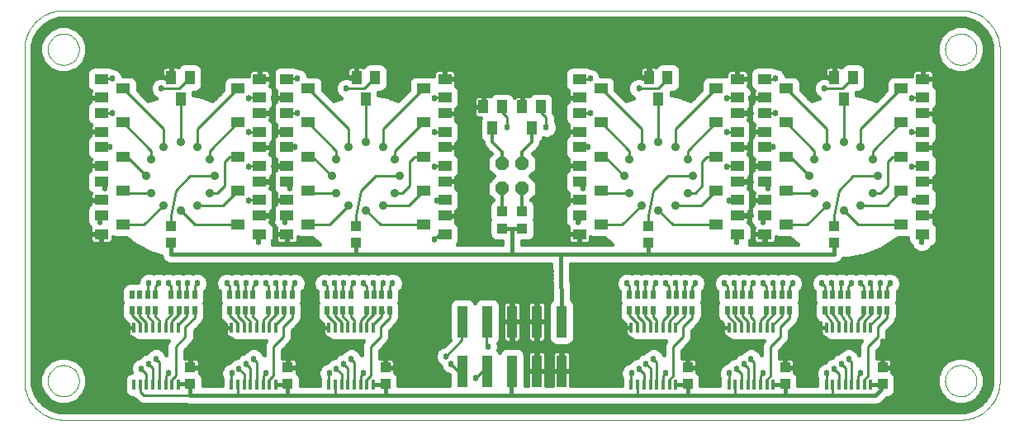
<source format=gtl>
G75*
G70*
%OFA0B0*%
%FSLAX24Y24*%
%IPPOS*%
%LPD*%
%AMOC8*
5,1,8,0,0,1.08239X$1,22.5*
%
%ADD10C,0.0000*%
%ADD11R,0.0394X0.0551*%
%ADD12R,0.0551X0.0394*%
%ADD13R,0.0197X0.0354*%
%ADD14OC8,0.0560*%
%ADD15R,0.0433X0.0394*%
%ADD16R,0.0394X0.0433*%
%ADD17R,0.0120X0.0390*%
%ADD18R,0.0400X0.1300*%
%ADD19C,0.0356*%
%ADD20C,0.0100*%
%ADD21C,0.0160*%
%ADD22C,0.0246*%
%ADD23C,0.0277*%
%ADD24C,0.0240*%
%ADD25C,0.0120*%
D10*
X001755Y000180D02*
X037975Y000180D01*
X037345Y001755D02*
X037347Y001805D01*
X037353Y001855D01*
X037363Y001904D01*
X037377Y001952D01*
X037394Y001999D01*
X037415Y002044D01*
X037440Y002088D01*
X037468Y002129D01*
X037500Y002168D01*
X037534Y002205D01*
X037571Y002239D01*
X037611Y002269D01*
X037653Y002296D01*
X037697Y002320D01*
X037743Y002341D01*
X037790Y002357D01*
X037838Y002370D01*
X037888Y002379D01*
X037937Y002384D01*
X037988Y002385D01*
X038038Y002382D01*
X038087Y002375D01*
X038136Y002364D01*
X038184Y002349D01*
X038230Y002331D01*
X038275Y002309D01*
X038318Y002283D01*
X038359Y002254D01*
X038398Y002222D01*
X038434Y002187D01*
X038466Y002149D01*
X038496Y002109D01*
X038523Y002066D01*
X038546Y002022D01*
X038565Y001976D01*
X038581Y001928D01*
X038593Y001879D01*
X038601Y001830D01*
X038605Y001780D01*
X038605Y001730D01*
X038601Y001680D01*
X038593Y001631D01*
X038581Y001582D01*
X038565Y001534D01*
X038546Y001488D01*
X038523Y001444D01*
X038496Y001401D01*
X038466Y001361D01*
X038434Y001323D01*
X038398Y001288D01*
X038359Y001256D01*
X038318Y001227D01*
X038275Y001201D01*
X038230Y001179D01*
X038184Y001161D01*
X038136Y001146D01*
X038087Y001135D01*
X038038Y001128D01*
X037988Y001125D01*
X037937Y001126D01*
X037888Y001131D01*
X037838Y001140D01*
X037790Y001153D01*
X037743Y001169D01*
X037697Y001190D01*
X037653Y001214D01*
X037611Y001241D01*
X037571Y001271D01*
X037534Y001305D01*
X037500Y001342D01*
X037468Y001381D01*
X037440Y001422D01*
X037415Y001466D01*
X037394Y001511D01*
X037377Y001558D01*
X037363Y001606D01*
X037353Y001655D01*
X037347Y001705D01*
X037345Y001755D01*
X037975Y000180D02*
X038052Y000182D01*
X038129Y000188D01*
X038206Y000197D01*
X038282Y000210D01*
X038358Y000227D01*
X038432Y000248D01*
X038506Y000272D01*
X038578Y000300D01*
X038648Y000331D01*
X038717Y000366D01*
X038785Y000404D01*
X038850Y000445D01*
X038913Y000490D01*
X038974Y000538D01*
X039033Y000588D01*
X039089Y000641D01*
X039142Y000697D01*
X039192Y000756D01*
X039240Y000817D01*
X039285Y000880D01*
X039326Y000945D01*
X039364Y001013D01*
X039399Y001082D01*
X039430Y001152D01*
X039458Y001224D01*
X039482Y001298D01*
X039503Y001372D01*
X039520Y001448D01*
X039533Y001524D01*
X039542Y001601D01*
X039548Y001678D01*
X039550Y001755D01*
X039550Y015141D01*
X037345Y015141D02*
X037347Y015191D01*
X037353Y015241D01*
X037363Y015290D01*
X037377Y015338D01*
X037394Y015385D01*
X037415Y015430D01*
X037440Y015474D01*
X037468Y015515D01*
X037500Y015554D01*
X037534Y015591D01*
X037571Y015625D01*
X037611Y015655D01*
X037653Y015682D01*
X037697Y015706D01*
X037743Y015727D01*
X037790Y015743D01*
X037838Y015756D01*
X037888Y015765D01*
X037937Y015770D01*
X037988Y015771D01*
X038038Y015768D01*
X038087Y015761D01*
X038136Y015750D01*
X038184Y015735D01*
X038230Y015717D01*
X038275Y015695D01*
X038318Y015669D01*
X038359Y015640D01*
X038398Y015608D01*
X038434Y015573D01*
X038466Y015535D01*
X038496Y015495D01*
X038523Y015452D01*
X038546Y015408D01*
X038565Y015362D01*
X038581Y015314D01*
X038593Y015265D01*
X038601Y015216D01*
X038605Y015166D01*
X038605Y015116D01*
X038601Y015066D01*
X038593Y015017D01*
X038581Y014968D01*
X038565Y014920D01*
X038546Y014874D01*
X038523Y014830D01*
X038496Y014787D01*
X038466Y014747D01*
X038434Y014709D01*
X038398Y014674D01*
X038359Y014642D01*
X038318Y014613D01*
X038275Y014587D01*
X038230Y014565D01*
X038184Y014547D01*
X038136Y014532D01*
X038087Y014521D01*
X038038Y014514D01*
X037988Y014511D01*
X037937Y014512D01*
X037888Y014517D01*
X037838Y014526D01*
X037790Y014539D01*
X037743Y014555D01*
X037697Y014576D01*
X037653Y014600D01*
X037611Y014627D01*
X037571Y014657D01*
X037534Y014691D01*
X037500Y014728D01*
X037468Y014767D01*
X037440Y014808D01*
X037415Y014852D01*
X037394Y014897D01*
X037377Y014944D01*
X037363Y014992D01*
X037353Y015041D01*
X037347Y015091D01*
X037345Y015141D01*
X037975Y016716D02*
X038052Y016714D01*
X038129Y016708D01*
X038206Y016699D01*
X038282Y016686D01*
X038358Y016669D01*
X038432Y016648D01*
X038506Y016624D01*
X038578Y016596D01*
X038648Y016565D01*
X038717Y016530D01*
X038785Y016492D01*
X038850Y016451D01*
X038913Y016406D01*
X038974Y016358D01*
X039033Y016308D01*
X039089Y016255D01*
X039142Y016199D01*
X039192Y016140D01*
X039240Y016079D01*
X039285Y016016D01*
X039326Y015951D01*
X039364Y015883D01*
X039399Y015814D01*
X039430Y015744D01*
X039458Y015672D01*
X039482Y015598D01*
X039503Y015524D01*
X039520Y015448D01*
X039533Y015372D01*
X039542Y015295D01*
X039548Y015218D01*
X039550Y015141D01*
X037975Y016715D02*
X001755Y016715D01*
X001125Y015141D02*
X001127Y015191D01*
X001133Y015241D01*
X001143Y015290D01*
X001157Y015338D01*
X001174Y015385D01*
X001195Y015430D01*
X001220Y015474D01*
X001248Y015515D01*
X001280Y015554D01*
X001314Y015591D01*
X001351Y015625D01*
X001391Y015655D01*
X001433Y015682D01*
X001477Y015706D01*
X001523Y015727D01*
X001570Y015743D01*
X001618Y015756D01*
X001668Y015765D01*
X001717Y015770D01*
X001768Y015771D01*
X001818Y015768D01*
X001867Y015761D01*
X001916Y015750D01*
X001964Y015735D01*
X002010Y015717D01*
X002055Y015695D01*
X002098Y015669D01*
X002139Y015640D01*
X002178Y015608D01*
X002214Y015573D01*
X002246Y015535D01*
X002276Y015495D01*
X002303Y015452D01*
X002326Y015408D01*
X002345Y015362D01*
X002361Y015314D01*
X002373Y015265D01*
X002381Y015216D01*
X002385Y015166D01*
X002385Y015116D01*
X002381Y015066D01*
X002373Y015017D01*
X002361Y014968D01*
X002345Y014920D01*
X002326Y014874D01*
X002303Y014830D01*
X002276Y014787D01*
X002246Y014747D01*
X002214Y014709D01*
X002178Y014674D01*
X002139Y014642D01*
X002098Y014613D01*
X002055Y014587D01*
X002010Y014565D01*
X001964Y014547D01*
X001916Y014532D01*
X001867Y014521D01*
X001818Y014514D01*
X001768Y014511D01*
X001717Y014512D01*
X001668Y014517D01*
X001618Y014526D01*
X001570Y014539D01*
X001523Y014555D01*
X001477Y014576D01*
X001433Y014600D01*
X001391Y014627D01*
X001351Y014657D01*
X001314Y014691D01*
X001280Y014728D01*
X001248Y014767D01*
X001220Y014808D01*
X001195Y014852D01*
X001174Y014897D01*
X001157Y014944D01*
X001143Y014992D01*
X001133Y015041D01*
X001127Y015091D01*
X001125Y015141D01*
X000180Y015141D02*
X000182Y015218D01*
X000188Y015295D01*
X000197Y015372D01*
X000210Y015448D01*
X000227Y015524D01*
X000248Y015598D01*
X000272Y015672D01*
X000300Y015744D01*
X000331Y015814D01*
X000366Y015883D01*
X000404Y015951D01*
X000445Y016016D01*
X000490Y016079D01*
X000538Y016140D01*
X000588Y016199D01*
X000641Y016255D01*
X000697Y016308D01*
X000756Y016358D01*
X000817Y016406D01*
X000880Y016451D01*
X000945Y016492D01*
X001013Y016530D01*
X001082Y016565D01*
X001152Y016596D01*
X001224Y016624D01*
X001298Y016648D01*
X001372Y016669D01*
X001448Y016686D01*
X001524Y016699D01*
X001601Y016708D01*
X001678Y016714D01*
X001755Y016716D01*
X000180Y015141D02*
X000180Y001755D01*
X001125Y001755D02*
X001127Y001805D01*
X001133Y001855D01*
X001143Y001904D01*
X001157Y001952D01*
X001174Y001999D01*
X001195Y002044D01*
X001220Y002088D01*
X001248Y002129D01*
X001280Y002168D01*
X001314Y002205D01*
X001351Y002239D01*
X001391Y002269D01*
X001433Y002296D01*
X001477Y002320D01*
X001523Y002341D01*
X001570Y002357D01*
X001618Y002370D01*
X001668Y002379D01*
X001717Y002384D01*
X001768Y002385D01*
X001818Y002382D01*
X001867Y002375D01*
X001916Y002364D01*
X001964Y002349D01*
X002010Y002331D01*
X002055Y002309D01*
X002098Y002283D01*
X002139Y002254D01*
X002178Y002222D01*
X002214Y002187D01*
X002246Y002149D01*
X002276Y002109D01*
X002303Y002066D01*
X002326Y002022D01*
X002345Y001976D01*
X002361Y001928D01*
X002373Y001879D01*
X002381Y001830D01*
X002385Y001780D01*
X002385Y001730D01*
X002381Y001680D01*
X002373Y001631D01*
X002361Y001582D01*
X002345Y001534D01*
X002326Y001488D01*
X002303Y001444D01*
X002276Y001401D01*
X002246Y001361D01*
X002214Y001323D01*
X002178Y001288D01*
X002139Y001256D01*
X002098Y001227D01*
X002055Y001201D01*
X002010Y001179D01*
X001964Y001161D01*
X001916Y001146D01*
X001867Y001135D01*
X001818Y001128D01*
X001768Y001125D01*
X001717Y001126D01*
X001668Y001131D01*
X001618Y001140D01*
X001570Y001153D01*
X001523Y001169D01*
X001477Y001190D01*
X001433Y001214D01*
X001391Y001241D01*
X001351Y001271D01*
X001314Y001305D01*
X001280Y001342D01*
X001248Y001381D01*
X001220Y001422D01*
X001195Y001466D01*
X001174Y001511D01*
X001157Y001558D01*
X001143Y001606D01*
X001133Y001655D01*
X001127Y001705D01*
X001125Y001755D01*
X000180Y001755D02*
X000182Y001678D01*
X000188Y001601D01*
X000197Y001524D01*
X000210Y001448D01*
X000227Y001372D01*
X000248Y001298D01*
X000272Y001224D01*
X000300Y001152D01*
X000331Y001082D01*
X000366Y001013D01*
X000404Y000945D01*
X000445Y000880D01*
X000490Y000817D01*
X000538Y000756D01*
X000588Y000697D01*
X000641Y000641D01*
X000697Y000588D01*
X000756Y000538D01*
X000817Y000490D01*
X000880Y000445D01*
X000945Y000404D01*
X001013Y000366D01*
X001082Y000331D01*
X001152Y000300D01*
X001224Y000272D01*
X001298Y000248D01*
X001372Y000227D01*
X001448Y000210D01*
X001524Y000197D01*
X001601Y000188D01*
X001678Y000182D01*
X001755Y000180D01*
D11*
X019078Y011952D03*
X020652Y011952D03*
X020278Y012818D03*
X021026Y012818D03*
X019452Y012818D03*
X018704Y012818D03*
X014334Y013999D03*
X013586Y013999D03*
X013960Y013133D03*
X006853Y013999D03*
X006105Y013999D03*
X006479Y013133D03*
X025397Y013999D03*
X026145Y013999D03*
X025771Y013133D03*
X032877Y013999D03*
X033625Y013999D03*
X033251Y013133D03*
D12*
X035574Y013566D03*
X036440Y013940D03*
X036440Y013192D03*
X036440Y012562D03*
X035574Y012188D03*
X036440Y011814D03*
X036440Y011184D03*
X035574Y010810D03*
X036440Y010436D03*
X036440Y009806D03*
X035574Y009432D03*
X036440Y009058D03*
X036440Y008428D03*
X035574Y008054D03*
X036440Y007680D03*
X030928Y008054D03*
X030062Y007680D03*
X028960Y007680D03*
X028093Y008054D03*
X028960Y008428D03*
X030062Y008428D03*
X030062Y009058D03*
X030928Y009432D03*
X030062Y009806D03*
X030062Y010436D03*
X030928Y010810D03*
X030062Y011184D03*
X030062Y011814D03*
X030928Y012188D03*
X030062Y012562D03*
X028960Y012562D03*
X028093Y012188D03*
X028960Y011814D03*
X028960Y011184D03*
X028093Y010810D03*
X028960Y010436D03*
X028960Y009806D03*
X028093Y009432D03*
X028960Y009058D03*
X023448Y009432D03*
X022582Y009806D03*
X022582Y010436D03*
X023448Y010810D03*
X022582Y011184D03*
X022582Y011814D03*
X023448Y012188D03*
X022582Y012562D03*
X022582Y013192D03*
X023448Y013566D03*
X022582Y013940D03*
X017149Y013940D03*
X016282Y013566D03*
X017149Y013192D03*
X017149Y012562D03*
X016282Y012188D03*
X017149Y011814D03*
X017149Y011184D03*
X016282Y010810D03*
X017149Y010436D03*
X017149Y009806D03*
X016282Y009432D03*
X017149Y009058D03*
X017149Y008428D03*
X016282Y008054D03*
X017149Y007680D03*
X022582Y007680D03*
X023448Y008054D03*
X022582Y008428D03*
X022582Y009058D03*
X028960Y013192D03*
X028093Y013566D03*
X028960Y013940D03*
X030062Y013940D03*
X030928Y013566D03*
X030062Y013192D03*
X011637Y013566D03*
X010771Y013940D03*
X009668Y013940D03*
X008802Y013566D03*
X009668Y013192D03*
X010771Y013192D03*
X010771Y012562D03*
X011637Y012188D03*
X010771Y011814D03*
X010771Y011184D03*
X011637Y010810D03*
X010771Y010436D03*
X010771Y009806D03*
X011637Y009432D03*
X010771Y009058D03*
X009668Y009058D03*
X008802Y009432D03*
X009668Y009806D03*
X009668Y010436D03*
X008802Y010810D03*
X009668Y011184D03*
X009668Y011814D03*
X008802Y012188D03*
X009668Y012562D03*
X004156Y012188D03*
X003290Y012562D03*
X003290Y013192D03*
X004156Y013566D03*
X003290Y013940D03*
X003290Y011814D03*
X003290Y011184D03*
X004156Y010810D03*
X003290Y010436D03*
X003290Y009806D03*
X004156Y009432D03*
X003290Y009058D03*
X003290Y008428D03*
X004156Y008054D03*
X003290Y007680D03*
X008802Y008054D03*
X009668Y007680D03*
X010771Y007680D03*
X011637Y008054D03*
X010771Y008428D03*
X009668Y008428D03*
D13*
X009412Y005219D03*
X009097Y005219D03*
X008782Y005219D03*
X008467Y005219D03*
X008467Y004589D03*
X008782Y004589D03*
X009097Y004589D03*
X009412Y004589D03*
X010042Y004589D03*
X010357Y004589D03*
X010672Y004589D03*
X010987Y004589D03*
X010987Y005219D03*
X010672Y005219D03*
X010357Y005219D03*
X010042Y005219D03*
X012404Y005219D03*
X012719Y005219D03*
X013034Y005219D03*
X013349Y005219D03*
X013979Y005219D03*
X014294Y005219D03*
X014609Y005219D03*
X014924Y005219D03*
X014924Y004589D03*
X014609Y004589D03*
X014294Y004589D03*
X013979Y004589D03*
X013349Y004589D03*
X013034Y004589D03*
X012719Y004589D03*
X012404Y004589D03*
X007050Y004589D03*
X006735Y004589D03*
X006420Y004589D03*
X006105Y004589D03*
X005475Y004589D03*
X005160Y004589D03*
X004845Y004589D03*
X004530Y004589D03*
X004530Y005219D03*
X004845Y005219D03*
X005160Y005219D03*
X005475Y005219D03*
X006105Y005219D03*
X006420Y005219D03*
X006735Y005219D03*
X007050Y005219D03*
X024609Y005219D03*
X024924Y005219D03*
X025239Y005219D03*
X025554Y005219D03*
X026184Y005219D03*
X026499Y005219D03*
X026814Y005219D03*
X027129Y005219D03*
X027129Y004589D03*
X026814Y004589D03*
X026499Y004589D03*
X026184Y004589D03*
X025554Y004589D03*
X025239Y004589D03*
X024924Y004589D03*
X024609Y004589D03*
X028546Y004589D03*
X028861Y004589D03*
X029176Y004589D03*
X029491Y004589D03*
X030121Y004589D03*
X030436Y004589D03*
X030751Y004589D03*
X031066Y004589D03*
X031066Y005219D03*
X030751Y005219D03*
X030436Y005219D03*
X030121Y005219D03*
X029491Y005219D03*
X029176Y005219D03*
X028861Y005219D03*
X028546Y005219D03*
X032483Y005219D03*
X032798Y005219D03*
X033113Y005219D03*
X033428Y005219D03*
X034058Y005219D03*
X034373Y005219D03*
X034688Y005219D03*
X035003Y005219D03*
X035003Y004589D03*
X034688Y004589D03*
X034373Y004589D03*
X034058Y004589D03*
X033428Y004589D03*
X033113Y004589D03*
X032798Y004589D03*
X032483Y004589D03*
D14*
X020259Y009523D03*
X019471Y009523D03*
X019471Y010523D03*
X020259Y010523D03*
D15*
X020259Y008586D03*
X019471Y008586D03*
X019471Y007916D03*
X020259Y007916D03*
X025377Y007995D03*
X025377Y007326D03*
X032857Y007326D03*
X032857Y007995D03*
X013566Y007995D03*
X013566Y007326D03*
X006086Y007326D03*
X006086Y007995D03*
D16*
X006873Y002286D03*
X006873Y001617D03*
X010810Y001617D03*
X010810Y002286D03*
X014747Y002286D03*
X014747Y001617D03*
X026952Y001617D03*
X026952Y002286D03*
X030889Y002286D03*
X030889Y001617D03*
X034826Y001617D03*
X034826Y002286D03*
D17*
X034343Y001590D03*
X034087Y001590D03*
X033832Y001590D03*
X033576Y001590D03*
X033320Y001590D03*
X033064Y001590D03*
X032808Y001590D03*
X032552Y001590D03*
X030406Y001590D03*
X030150Y001590D03*
X029895Y001590D03*
X029639Y001590D03*
X029383Y001590D03*
X029127Y001590D03*
X028871Y001590D03*
X028615Y001590D03*
X026469Y001590D03*
X026213Y001590D03*
X025958Y001590D03*
X025702Y001590D03*
X025446Y001590D03*
X025190Y001590D03*
X024934Y001590D03*
X024678Y001590D03*
X024678Y003888D03*
X024934Y003888D03*
X025190Y003888D03*
X025446Y003888D03*
X025702Y003888D03*
X025958Y003888D03*
X026213Y003888D03*
X026469Y003888D03*
X028615Y003888D03*
X028871Y003888D03*
X029127Y003888D03*
X029383Y003888D03*
X029639Y003888D03*
X029895Y003888D03*
X030150Y003888D03*
X030406Y003888D03*
X032552Y003888D03*
X032808Y003888D03*
X033064Y003888D03*
X033320Y003888D03*
X033576Y003888D03*
X033832Y003888D03*
X034087Y003888D03*
X034343Y003888D03*
X014265Y003888D03*
X014009Y003888D03*
X013753Y003888D03*
X013497Y003888D03*
X013241Y003888D03*
X012985Y003888D03*
X012729Y003888D03*
X012473Y003888D03*
X010328Y003888D03*
X010072Y003888D03*
X009816Y003888D03*
X009560Y003888D03*
X009304Y003888D03*
X009048Y003888D03*
X008792Y003888D03*
X008536Y003888D03*
X006391Y003888D03*
X006135Y003888D03*
X005879Y003888D03*
X005623Y003888D03*
X005367Y003888D03*
X005111Y003888D03*
X004855Y003888D03*
X004599Y003888D03*
X004599Y001590D03*
X004855Y001590D03*
X005111Y001590D03*
X005367Y001590D03*
X005623Y001590D03*
X005879Y001590D03*
X006135Y001590D03*
X006391Y001590D03*
X008536Y001590D03*
X008792Y001590D03*
X009048Y001590D03*
X009304Y001590D03*
X009560Y001590D03*
X009816Y001590D03*
X010072Y001590D03*
X010328Y001590D03*
X012473Y001590D03*
X012729Y001590D03*
X012985Y001590D03*
X013241Y001590D03*
X013497Y001590D03*
X013753Y001590D03*
X014009Y001590D03*
X014265Y001590D03*
D18*
X017861Y002141D03*
X018861Y002141D03*
X019861Y002141D03*
X020861Y002141D03*
X021861Y002141D03*
X021861Y004141D03*
X020861Y004141D03*
X019861Y004141D03*
X018861Y004141D03*
X017861Y004141D03*
D19*
X013960Y008645D03*
X014649Y008841D03*
X015141Y009334D03*
X015337Y010023D03*
X015141Y010711D03*
X014649Y011204D03*
X013960Y011400D03*
X013271Y011204D03*
X012778Y010711D03*
X012582Y010023D03*
X012778Y009334D03*
X013271Y008841D03*
X007857Y010023D03*
X007660Y010711D03*
X007168Y011204D03*
X006479Y011400D03*
X005790Y011204D03*
X005298Y010711D03*
X005101Y010023D03*
X005298Y009334D03*
X005790Y008841D03*
X006479Y008645D03*
X007168Y008841D03*
X007660Y009334D03*
X024393Y010023D03*
X024589Y010711D03*
X025082Y011204D03*
X025771Y011400D03*
X026460Y011204D03*
X026952Y010711D03*
X027149Y010023D03*
X026952Y009334D03*
X026460Y008841D03*
X025771Y008645D03*
X025082Y008841D03*
X024589Y009334D03*
X031873Y010023D03*
X032070Y010711D03*
X032562Y011204D03*
X033251Y011400D03*
X033940Y011204D03*
X034432Y010711D03*
X034629Y010023D03*
X034432Y009334D03*
X033940Y008841D03*
X033251Y008645D03*
X032562Y008841D03*
X032070Y009334D03*
D20*
X031026Y009334D01*
X030928Y009432D01*
X030200Y009530D02*
X030062Y009767D01*
X030062Y009806D01*
X028960Y010436D02*
X028546Y010436D01*
X028526Y010416D01*
X028093Y010810D02*
X027739Y010810D01*
X027542Y010613D01*
X027542Y009629D01*
X027247Y009334D01*
X026952Y009334D01*
X026460Y008841D02*
X027503Y008841D01*
X028093Y009432D01*
X028625Y009038D02*
X028645Y009058D01*
X028960Y009058D01*
X030062Y008428D02*
X030062Y008310D01*
X030003Y008152D01*
X030928Y008054D02*
X031774Y008054D01*
X032562Y008841D01*
X032857Y008448D02*
X033054Y009432D01*
X033645Y010023D01*
X034629Y010023D01*
X035023Y009629D02*
X035023Y010613D01*
X035219Y010810D01*
X035574Y010810D01*
X036007Y010416D02*
X036026Y010436D01*
X036440Y010436D01*
X035023Y009629D02*
X034727Y009334D01*
X034432Y009334D01*
X033940Y008841D02*
X034983Y008841D01*
X035574Y009432D01*
X036105Y009038D02*
X036400Y009038D01*
X035574Y008054D02*
X033841Y008054D01*
X033251Y008645D01*
X032857Y008448D02*
X032857Y007995D01*
X036400Y007542D02*
X036400Y007365D01*
X036400Y007542D02*
X036440Y007680D01*
X035121Y005692D02*
X035003Y005574D01*
X035003Y005219D01*
X034688Y005219D02*
X034688Y005652D01*
X034727Y005692D01*
X034373Y005652D02*
X034334Y005692D01*
X034373Y005652D02*
X034373Y005219D01*
X034058Y005219D02*
X034058Y005574D01*
X033940Y005692D01*
X033546Y005692D02*
X033428Y005574D01*
X033428Y005219D01*
X033113Y005219D02*
X033113Y005652D01*
X033152Y005692D01*
X032798Y005652D02*
X032759Y005692D01*
X032798Y005652D02*
X032798Y005219D01*
X032483Y005219D02*
X032483Y005574D01*
X032365Y005692D01*
X031184Y005692D02*
X031066Y005574D01*
X031066Y005219D01*
X030751Y005219D02*
X030751Y005652D01*
X030790Y005692D01*
X030436Y005652D02*
X030397Y005692D01*
X030436Y005652D02*
X030436Y005219D01*
X030121Y005219D02*
X030121Y005574D01*
X030003Y005692D01*
X029609Y005692D02*
X029491Y005574D01*
X029491Y005219D01*
X029176Y005219D02*
X029176Y005652D01*
X029215Y005692D01*
X028861Y005652D02*
X028822Y005692D01*
X028861Y005652D02*
X028861Y005219D01*
X028546Y005219D02*
X028546Y005574D01*
X028428Y005692D01*
X027247Y005692D02*
X027129Y005574D01*
X027129Y005219D01*
X026814Y005219D02*
X026814Y005652D01*
X026853Y005692D01*
X026499Y005652D02*
X026460Y005692D01*
X026499Y005652D02*
X026499Y005219D01*
X026184Y005219D02*
X026184Y005574D01*
X026066Y005692D01*
X025672Y005692D02*
X025554Y005574D01*
X025554Y005219D01*
X025239Y005219D02*
X025239Y005652D01*
X025278Y005692D01*
X024924Y005652D02*
X024885Y005692D01*
X024924Y005652D02*
X024924Y005219D01*
X024609Y005219D02*
X024609Y005574D01*
X024491Y005692D01*
X024609Y004589D02*
X024609Y004393D01*
X024934Y004068D01*
X024934Y003888D01*
X025190Y003888D02*
X025190Y004107D01*
X024924Y004373D01*
X024924Y004589D01*
X025239Y004589D02*
X025239Y004353D01*
X025446Y004147D01*
X025446Y003888D01*
X025702Y003888D02*
X025702Y004186D01*
X025554Y004334D01*
X025554Y004589D01*
X025958Y004206D02*
X026184Y004432D01*
X026184Y004589D01*
X026499Y004589D02*
X026499Y004452D01*
X026213Y004166D01*
X026213Y003888D01*
X025958Y003888D02*
X025958Y004206D01*
X026469Y004028D02*
X026814Y004373D01*
X026814Y004589D01*
X026832Y004572D01*
X027129Y004589D02*
X027129Y004294D01*
X026755Y003920D01*
X026755Y003526D01*
X026361Y003133D01*
X026361Y001952D01*
X026213Y001804D01*
X026213Y001590D01*
X025958Y001590D02*
X025958Y001942D01*
X026066Y002050D01*
X025967Y001952D01*
X025702Y001590D02*
X025702Y002513D01*
X025574Y002641D01*
X025278Y002444D02*
X025446Y002276D01*
X025446Y001590D01*
X025190Y001590D02*
X025190Y002040D01*
X024983Y002247D01*
X024688Y002050D02*
X024678Y002040D01*
X024678Y001590D01*
X024934Y001590D02*
X024934Y001213D01*
X024983Y001164D01*
X028615Y001590D02*
X028615Y002040D01*
X028625Y002050D01*
X028920Y002247D02*
X029127Y002040D01*
X029127Y001590D01*
X029383Y001590D02*
X029383Y002276D01*
X029215Y002444D01*
X029511Y002641D02*
X029639Y002513D01*
X029639Y001590D01*
X029895Y001590D02*
X029895Y001942D01*
X030003Y002050D01*
X029904Y001952D01*
X030150Y001804D02*
X030298Y001952D01*
X030298Y003133D01*
X030692Y003526D01*
X030692Y003920D01*
X031066Y004294D01*
X031066Y004589D01*
X030769Y004572D02*
X030751Y004589D01*
X030751Y004373D01*
X030406Y004028D01*
X030406Y003888D01*
X030150Y003888D02*
X030150Y004166D01*
X030436Y004452D01*
X030436Y004589D01*
X030121Y004589D02*
X030121Y004432D01*
X029895Y004206D01*
X029895Y003888D01*
X029639Y003888D02*
X029639Y004186D01*
X029491Y004334D01*
X029491Y004589D01*
X029176Y004589D02*
X029162Y004576D01*
X029162Y004367D01*
X029383Y004147D01*
X029383Y003888D01*
X029127Y003888D02*
X029127Y004107D01*
X028861Y004373D01*
X028861Y004589D01*
X028546Y004589D02*
X028546Y004393D01*
X028871Y004068D01*
X028871Y003888D01*
X028615Y003888D02*
X028362Y003888D01*
X028330Y003920D01*
X026469Y003888D02*
X026469Y004028D01*
X024678Y003888D02*
X024425Y003888D01*
X024393Y003920D01*
X028871Y001590D02*
X028871Y001213D01*
X028920Y001164D01*
X030150Y001590D02*
X030150Y001804D01*
X032552Y001590D02*
X032552Y002040D01*
X032562Y002050D01*
X032857Y002247D02*
X033064Y002040D01*
X033064Y001590D01*
X033320Y001590D02*
X033320Y002276D01*
X033152Y002444D01*
X033448Y002641D02*
X033576Y002513D01*
X033576Y001590D01*
X033832Y001590D02*
X033832Y001942D01*
X033940Y002050D01*
X033841Y001952D01*
X034087Y001804D02*
X034235Y001952D01*
X034235Y003133D01*
X034629Y003526D01*
X034629Y003920D01*
X035003Y004294D01*
X035003Y004589D01*
X034706Y004572D02*
X034688Y004589D01*
X034688Y004373D01*
X034343Y004028D01*
X034343Y003888D01*
X034087Y003888D02*
X034087Y004166D01*
X034373Y004452D01*
X034373Y004589D01*
X034058Y004589D02*
X034058Y004432D01*
X033832Y004206D01*
X033832Y003888D01*
X033576Y003888D02*
X033576Y004186D01*
X033428Y004432D01*
X033428Y004589D01*
X033113Y004589D02*
X033113Y004452D01*
X033320Y004147D01*
X033320Y003888D01*
X033064Y003888D02*
X033064Y004107D01*
X032798Y004471D01*
X032798Y004589D01*
X032483Y004589D02*
X032483Y004491D01*
X032808Y004068D01*
X032808Y003888D01*
X032552Y003888D02*
X032299Y003888D01*
X032267Y003920D01*
X034087Y001804D02*
X034087Y001590D01*
X032808Y001590D02*
X032808Y001213D01*
X032857Y001164D01*
X018861Y002141D02*
X018676Y002141D01*
X018389Y001853D01*
X017861Y002141D02*
X017743Y002093D01*
X017404Y002444D01*
X017208Y002739D02*
X017841Y003385D01*
X017861Y004141D01*
X018861Y004141D02*
X018841Y003172D01*
X018881Y003133D01*
X014924Y004294D02*
X014550Y003920D01*
X014550Y003526D01*
X014156Y003133D01*
X014156Y001952D01*
X014009Y001804D01*
X014009Y001590D01*
X013753Y001590D02*
X013753Y001942D01*
X013861Y002050D01*
X013763Y001952D01*
X013497Y001590D02*
X013497Y002513D01*
X013369Y002641D01*
X013074Y002444D02*
X013241Y002276D01*
X013241Y001590D01*
X012985Y001590D02*
X012985Y002040D01*
X012778Y002247D01*
X012483Y002050D02*
X012473Y002040D01*
X012473Y001590D01*
X012729Y001590D02*
X012729Y001213D01*
X012778Y001164D01*
X014723Y001164D01*
X014747Y001188D01*
X010810Y001164D02*
X010810Y001617D01*
X010219Y001952D02*
X010219Y003133D01*
X010613Y003526D01*
X010613Y003920D01*
X010987Y004294D01*
X010987Y004589D01*
X010690Y004572D02*
X010672Y004589D01*
X010672Y004373D01*
X010328Y004028D01*
X010328Y003888D01*
X010072Y003888D02*
X010072Y004166D01*
X010357Y004452D01*
X010357Y004589D01*
X010042Y004589D02*
X010042Y004432D01*
X009816Y004206D01*
X009816Y003888D01*
X009560Y003888D02*
X009560Y004186D01*
X009412Y004334D01*
X009412Y004589D01*
X009097Y004589D02*
X009084Y004576D01*
X009084Y004367D01*
X009304Y004147D01*
X009304Y003888D01*
X009048Y003888D02*
X009048Y004107D01*
X008782Y004373D01*
X008782Y004589D01*
X008467Y004589D02*
X008467Y004393D01*
X008792Y004068D01*
X008792Y003888D01*
X008536Y003888D02*
X008283Y003888D01*
X008251Y003920D01*
X007050Y004294D02*
X006676Y003920D01*
X006676Y003526D01*
X006282Y003133D01*
X006282Y001952D01*
X006135Y001804D01*
X006135Y001590D01*
X005879Y001590D02*
X005879Y001942D01*
X005987Y002050D01*
X005623Y001590D02*
X005623Y002513D01*
X005495Y002641D01*
X005200Y002444D02*
X005367Y002276D01*
X005367Y001590D01*
X005111Y001590D02*
X005111Y002040D01*
X004904Y002247D01*
X004855Y001590D02*
X004855Y001312D01*
X005003Y001164D01*
X006873Y001164D01*
X008536Y001590D02*
X008536Y001942D01*
X008546Y002050D01*
X008841Y002247D02*
X009048Y002040D01*
X009048Y001590D01*
X008792Y001590D02*
X008792Y001213D01*
X008841Y001164D01*
X009304Y001590D02*
X009304Y002276D01*
X009137Y002444D01*
X009432Y002641D02*
X009560Y002513D01*
X009560Y001590D01*
X009816Y001590D02*
X009826Y001600D01*
X009826Y001952D01*
X009924Y002050D01*
X010072Y001804D02*
X010219Y001952D01*
X010072Y001804D02*
X010072Y001590D01*
X012220Y003888D02*
X012188Y003920D01*
X012220Y003888D02*
X012473Y003888D01*
X012729Y003888D02*
X012729Y004068D01*
X012404Y004393D01*
X012404Y004589D01*
X012719Y004589D02*
X012719Y004373D01*
X012985Y004107D01*
X012985Y003888D01*
X013241Y003888D02*
X013241Y004147D01*
X013021Y004367D01*
X013021Y004576D01*
X013034Y004589D01*
X013349Y004589D02*
X013349Y004334D01*
X013497Y004186D01*
X013497Y003888D01*
X013753Y003888D02*
X013753Y004206D01*
X013979Y004432D01*
X013979Y004589D01*
X014294Y004589D02*
X014294Y004452D01*
X014009Y004166D01*
X014009Y003888D01*
X014265Y003888D02*
X014265Y004028D01*
X014609Y004373D01*
X014609Y004589D01*
X014649Y004550D01*
X014649Y004511D01*
X014627Y004489D01*
X014924Y004589D02*
X014924Y004294D01*
X014924Y005219D02*
X014924Y005574D01*
X015042Y005692D01*
X014649Y005692D02*
X014609Y005652D01*
X014609Y005219D01*
X014294Y005219D02*
X014294Y005652D01*
X014255Y005692D01*
X013979Y005574D02*
X013861Y005692D01*
X013979Y005574D02*
X013979Y005219D01*
X013349Y005219D02*
X013349Y005574D01*
X013467Y005692D01*
X013074Y005692D02*
X013034Y005652D01*
X013034Y005219D01*
X012719Y005219D02*
X012719Y005652D01*
X012680Y005692D01*
X012404Y005574D02*
X012286Y005692D01*
X012404Y005574D02*
X012404Y005219D01*
X011105Y005692D02*
X010987Y005574D01*
X010987Y005219D01*
X010672Y005219D02*
X010672Y005652D01*
X010711Y005692D01*
X010357Y005652D02*
X010318Y005692D01*
X010357Y005652D02*
X010357Y005219D01*
X010042Y005219D02*
X010042Y005574D01*
X009924Y005692D01*
X009530Y005692D02*
X009412Y005574D01*
X009412Y005219D01*
X009097Y005219D02*
X009097Y005652D01*
X009137Y005692D01*
X008782Y005652D02*
X008743Y005692D01*
X008782Y005652D02*
X008782Y005219D01*
X008467Y005219D02*
X008467Y005574D01*
X008349Y005692D01*
X007168Y005692D02*
X007050Y005574D01*
X007050Y005219D01*
X006735Y005219D02*
X006735Y005652D01*
X006774Y005692D01*
X006420Y005652D02*
X006381Y005692D01*
X006420Y005652D02*
X006420Y005219D01*
X006105Y005219D02*
X006105Y005574D01*
X005987Y005692D01*
X005593Y005692D02*
X005475Y005574D01*
X005475Y005219D01*
X005160Y005219D02*
X005160Y005652D01*
X005200Y005692D01*
X005160Y004589D02*
X005160Y004353D01*
X005367Y004147D01*
X005367Y003888D01*
X005111Y003888D02*
X005111Y004107D01*
X004845Y004373D01*
X004845Y004589D01*
X004530Y004589D02*
X004530Y004393D01*
X004855Y004068D01*
X004855Y003888D01*
X004599Y003888D02*
X004346Y003888D01*
X004314Y003920D01*
X005475Y004334D02*
X005623Y004186D01*
X005623Y003888D01*
X005879Y003888D02*
X005879Y004206D01*
X006105Y004432D01*
X006105Y004589D01*
X006420Y004589D02*
X006420Y004452D01*
X006135Y004166D01*
X006135Y003888D01*
X006391Y003888D02*
X006391Y004028D01*
X006735Y004373D01*
X006735Y004589D01*
X007050Y004589D02*
X007050Y004294D01*
X005475Y004334D02*
X005475Y004589D01*
X009629Y007365D02*
X009629Y007641D01*
X009668Y007680D01*
X008802Y008054D02*
X007070Y008054D01*
X006479Y008645D01*
X006086Y008448D02*
X006282Y009432D01*
X006873Y010023D01*
X007857Y010023D01*
X008251Y009629D02*
X008251Y010613D01*
X008448Y010810D01*
X008802Y010810D01*
X009235Y010416D02*
X009255Y010436D01*
X009668Y010436D01*
X010771Y009806D02*
X010771Y009668D01*
X010908Y009530D01*
X011637Y009432D02*
X011735Y009334D01*
X012778Y009334D01*
X013763Y009432D02*
X014353Y010023D01*
X015337Y010023D01*
X015731Y009629D02*
X015731Y010613D01*
X015928Y010810D01*
X016282Y010810D01*
X016715Y010416D02*
X016735Y010436D01*
X017149Y010436D01*
X015731Y009629D02*
X015436Y009334D01*
X015141Y009334D01*
X015692Y008841D02*
X016282Y009432D01*
X016814Y009038D02*
X016834Y009058D01*
X017149Y009058D01*
X015692Y008841D02*
X014649Y008841D01*
X013960Y008645D02*
X014550Y008054D01*
X016282Y008054D01*
X016715Y007463D02*
X016932Y007680D01*
X017149Y007680D01*
X013566Y007995D02*
X013566Y008448D01*
X013763Y009432D01*
X013271Y008841D02*
X012483Y008054D01*
X011637Y008054D01*
X010771Y008428D02*
X010711Y008369D01*
X010711Y008152D01*
X009668Y009058D02*
X009255Y009058D01*
X009235Y009038D01*
X008802Y009432D02*
X008211Y008841D01*
X007168Y008841D01*
X007660Y009334D02*
X007956Y009334D01*
X008251Y009629D01*
X006086Y008448D02*
X006086Y007995D01*
X005790Y008841D02*
X005003Y008054D01*
X004156Y008054D01*
X003231Y008152D02*
X003231Y008271D01*
X003290Y008428D01*
X004255Y009334D02*
X004156Y009432D01*
X004255Y009334D02*
X005298Y009334D01*
X005101Y010023D02*
X004314Y010810D01*
X004156Y010810D01*
X003625Y011204D02*
X003605Y011184D01*
X003290Y011184D01*
X004156Y012188D02*
X005298Y011046D01*
X005298Y010711D01*
X005790Y011204D02*
X005790Y011932D01*
X004156Y013566D01*
X003723Y013960D02*
X003310Y013960D01*
X003290Y013940D01*
X005692Y013566D02*
X006420Y013566D01*
X006853Y013999D01*
X006479Y013133D02*
X006479Y011400D01*
X007168Y011204D02*
X007168Y011932D01*
X008802Y013566D01*
X009235Y013172D02*
X009255Y013192D01*
X009668Y013192D01*
X010771Y012562D02*
X010790Y012582D01*
X011204Y012582D01*
X011637Y012188D02*
X012778Y011046D01*
X012778Y010711D01*
X013271Y011204D02*
X013271Y011932D01*
X011637Y013566D01*
X011204Y013960D02*
X010790Y013960D01*
X010771Y013940D01*
X013172Y013566D02*
X013900Y013566D01*
X014334Y013999D01*
X016282Y013566D02*
X014649Y011932D01*
X014649Y011204D01*
X013960Y011400D02*
X013960Y013133D01*
X015141Y011046D02*
X016282Y012188D01*
X016715Y011794D02*
X016735Y011814D01*
X017149Y011814D01*
X015141Y011046D02*
X015141Y010711D01*
X012582Y010023D02*
X011794Y010810D01*
X011637Y010810D01*
X011105Y011204D02*
X010790Y011204D01*
X010771Y011184D01*
X009668Y011814D02*
X009255Y011814D01*
X009235Y011794D01*
X008802Y012188D02*
X007660Y011046D01*
X007660Y010711D01*
X003723Y012582D02*
X003704Y012562D01*
X003290Y012562D01*
X003290Y009806D02*
X003428Y009668D01*
X003428Y009530D01*
X016715Y013172D02*
X016735Y013192D01*
X017149Y013192D01*
X019452Y012818D02*
X019452Y012601D01*
X019668Y012385D01*
X019668Y011991D01*
X021026Y012601D02*
X021243Y012385D01*
X021243Y011991D01*
X021026Y012601D02*
X021026Y012818D01*
X022582Y012562D02*
X022995Y012562D01*
X023015Y012582D01*
X023448Y012188D02*
X024589Y011046D01*
X024589Y010711D01*
X024393Y010023D02*
X023605Y010810D01*
X023448Y010810D01*
X022916Y011204D02*
X022897Y011184D01*
X022582Y011184D01*
X025082Y011204D02*
X025082Y011932D01*
X023448Y013566D01*
X023015Y013960D02*
X022995Y013940D01*
X022582Y013940D01*
X024983Y013566D02*
X025771Y013566D01*
X026145Y013940D01*
X026145Y013999D01*
X025771Y013133D02*
X025771Y011400D01*
X026460Y011204D02*
X026460Y011932D01*
X028093Y013566D01*
X028526Y013172D02*
X028546Y013192D01*
X028960Y013192D01*
X030062Y012562D02*
X030475Y012562D01*
X030495Y012582D01*
X030928Y012188D02*
X032070Y011046D01*
X032070Y010711D01*
X031873Y010023D02*
X031086Y010810D01*
X030928Y010810D01*
X030475Y011184D02*
X030062Y011184D01*
X030397Y011204D02*
X030475Y011184D01*
X028960Y011814D02*
X028546Y011814D01*
X028526Y011794D01*
X028093Y012188D02*
X026952Y011046D01*
X026952Y010711D01*
X027149Y010023D02*
X026164Y010023D01*
X025574Y009432D01*
X025377Y008448D01*
X025377Y007995D01*
X025082Y008841D02*
X024294Y008054D01*
X023448Y008054D01*
X022582Y008211D02*
X022523Y008152D01*
X022582Y008211D02*
X022582Y008428D01*
X023546Y009334D02*
X023448Y009432D01*
X023546Y009334D02*
X024589Y009334D01*
X025771Y008645D02*
X026361Y008054D01*
X028093Y008054D01*
X028920Y007641D02*
X028960Y007680D01*
X028920Y007641D02*
X028920Y007365D01*
X022719Y009530D02*
X022582Y009668D01*
X022582Y009806D01*
X030928Y013566D02*
X032562Y011932D01*
X032562Y011204D01*
X033251Y011400D02*
X033251Y013133D01*
X033192Y013566D02*
X032463Y013566D01*
X033192Y013566D02*
X033625Y013999D01*
X035574Y013566D02*
X033940Y011932D01*
X033940Y011204D01*
X034432Y011046D02*
X035574Y012188D01*
X036007Y011794D02*
X036420Y011794D01*
X036440Y011814D01*
X034432Y011046D02*
X034432Y010711D01*
X036007Y013172D02*
X036026Y013192D01*
X036440Y013192D01*
X030495Y013960D02*
X030475Y013940D01*
X030062Y013940D01*
D21*
X001275Y000596D02*
X000991Y000759D01*
X000759Y000991D01*
X000596Y001275D01*
X000511Y001591D01*
X000500Y001755D01*
X000500Y015141D01*
X000511Y015304D01*
X000596Y015621D01*
X000759Y015905D01*
X000991Y016136D01*
X001275Y016300D01*
X001591Y016385D01*
X001755Y016395D01*
X037975Y016395D01*
X038139Y016385D01*
X038455Y016300D01*
X038739Y016136D01*
X038971Y015905D01*
X039135Y015621D01*
X039219Y015304D01*
X039230Y015141D01*
X039230Y001755D01*
X039219Y001591D01*
X039135Y001275D01*
X038971Y000991D01*
X038739Y000759D01*
X038455Y000596D01*
X038139Y000511D01*
X037975Y000500D01*
X001755Y000500D01*
X001591Y000511D01*
X001275Y000596D01*
X001275Y000596D01*
X001171Y000656D02*
X038559Y000656D01*
X038794Y000814D02*
X038186Y000814D01*
X038164Y000805D02*
X038513Y000949D01*
X038781Y001217D01*
X038925Y001566D01*
X038925Y001944D01*
X038781Y002293D01*
X038513Y002560D01*
X038164Y002705D01*
X037786Y002705D01*
X037437Y002560D01*
X037170Y002293D01*
X037025Y001944D01*
X037025Y001566D01*
X037170Y001217D01*
X037437Y000949D01*
X037786Y000805D01*
X038164Y000805D01*
X037764Y000814D02*
X034730Y000814D01*
X034757Y000825D02*
X034958Y001026D01*
X034962Y001028D01*
X035012Y001080D01*
X035086Y001080D01*
X035204Y001129D01*
X035294Y001219D01*
X035343Y001337D01*
X035343Y001897D01*
X035294Y002015D01*
X035204Y002105D01*
X035203Y002105D01*
X035203Y002268D01*
X034844Y002268D01*
X034844Y002305D01*
X034807Y002305D01*
X034807Y002683D01*
X034605Y002683D01*
X034605Y002979D01*
X034942Y003317D01*
X034999Y003453D01*
X034999Y003767D01*
X035212Y003981D01*
X035317Y004085D01*
X035373Y004221D01*
X035373Y004232D01*
X035421Y004349D01*
X035421Y004830D01*
X035391Y004904D01*
X035421Y004979D01*
X035421Y005366D01*
X035496Y005441D01*
X035564Y005604D01*
X035564Y005780D01*
X035496Y005943D01*
X035372Y006067D01*
X035209Y006135D01*
X035033Y006135D01*
X034924Y006090D01*
X034815Y006135D01*
X034639Y006135D01*
X034530Y006090D01*
X034422Y006135D01*
X034245Y006135D01*
X034137Y006090D01*
X034028Y006135D01*
X033852Y006135D01*
X033743Y006090D01*
X033634Y006135D01*
X033458Y006135D01*
X033349Y006090D01*
X033241Y006135D01*
X033064Y006135D01*
X032956Y006090D01*
X032847Y006135D01*
X032671Y006135D01*
X032562Y006090D01*
X032453Y006135D01*
X032277Y006135D01*
X032114Y006067D01*
X031989Y005943D01*
X031922Y005780D01*
X031922Y005604D01*
X031989Y005441D01*
X032065Y005366D01*
X032065Y004979D01*
X032095Y004904D01*
X032065Y004830D01*
X032065Y004349D01*
X032113Y004231D01*
X032203Y004141D01*
X032312Y004096D01*
X032312Y003888D01*
X032428Y003888D01*
X032428Y003888D01*
X032312Y003888D01*
X032312Y003669D01*
X032324Y003623D01*
X032348Y003582D01*
X032382Y003549D01*
X032423Y003525D01*
X032468Y003513D01*
X032476Y003513D01*
X032477Y003512D01*
X032567Y003422D01*
X032684Y003373D01*
X032932Y003373D01*
X032936Y003375D01*
X032940Y003373D01*
X033188Y003373D01*
X033192Y003375D01*
X033196Y003373D01*
X033443Y003373D01*
X033448Y003375D01*
X033452Y003373D01*
X033699Y003373D01*
X033704Y003375D01*
X033708Y003373D01*
X033952Y003373D01*
X033921Y003342D01*
X033865Y003206D01*
X033865Y002791D01*
X033823Y002892D01*
X033699Y003016D01*
X033536Y003084D01*
X033360Y003084D01*
X033197Y003016D01*
X033072Y002892D01*
X033070Y002887D01*
X033064Y002887D01*
X032902Y002819D01*
X032777Y002695D01*
X032775Y002690D01*
X032769Y002690D01*
X032606Y002622D01*
X032482Y002498D01*
X032480Y002493D01*
X032474Y002493D01*
X032311Y002426D01*
X032186Y002301D01*
X032119Y002138D01*
X032119Y001962D01*
X032172Y001834D01*
X032172Y001564D01*
X031406Y001564D01*
X031406Y001897D01*
X031357Y002015D01*
X031267Y002105D01*
X031266Y002105D01*
X031266Y002268D01*
X030907Y002268D01*
X030907Y002305D01*
X030870Y002305D01*
X030870Y002683D01*
X030668Y002683D01*
X030668Y002979D01*
X031005Y003317D01*
X031062Y003453D01*
X031062Y003767D01*
X031379Y004085D01*
X031436Y004221D01*
X031436Y004232D01*
X031484Y004349D01*
X031484Y004830D01*
X031454Y004904D01*
X031484Y004979D01*
X031484Y005366D01*
X031559Y005441D01*
X031627Y005604D01*
X031627Y005780D01*
X031559Y005943D01*
X031435Y006067D01*
X031272Y006135D01*
X031096Y006135D01*
X030987Y006090D01*
X030878Y006135D01*
X030702Y006135D01*
X030593Y006090D01*
X030485Y006135D01*
X030308Y006135D01*
X030200Y006090D01*
X030091Y006135D01*
X029915Y006135D01*
X029806Y006090D01*
X029697Y006135D01*
X029521Y006135D01*
X029412Y006090D01*
X029304Y006135D01*
X029127Y006135D01*
X029019Y006090D01*
X028910Y006135D01*
X028734Y006135D01*
X028625Y006090D01*
X028516Y006135D01*
X028340Y006135D01*
X028177Y006067D01*
X028052Y005943D01*
X027985Y005780D01*
X027985Y005604D01*
X028052Y005441D01*
X028128Y005366D01*
X028128Y004979D01*
X028158Y004904D01*
X028128Y004830D01*
X028128Y004349D01*
X028176Y004231D01*
X028266Y004141D01*
X028280Y004135D01*
X028375Y004040D01*
X028375Y003888D01*
X028491Y003888D01*
X028491Y003888D01*
X028375Y003888D01*
X028375Y003669D01*
X028387Y003623D01*
X028411Y003582D01*
X028445Y003549D01*
X028486Y003525D01*
X028531Y003513D01*
X028539Y003513D01*
X028540Y003512D01*
X028630Y003422D01*
X028747Y003373D01*
X028995Y003373D01*
X028999Y003375D01*
X029003Y003373D01*
X029251Y003373D01*
X029255Y003375D01*
X029259Y003373D01*
X029506Y003373D01*
X029511Y003375D01*
X029515Y003373D01*
X029762Y003373D01*
X029767Y003375D01*
X029771Y003373D01*
X030015Y003373D01*
X029984Y003342D01*
X029928Y003206D01*
X029928Y002791D01*
X029886Y002892D01*
X029762Y003016D01*
X029599Y003084D01*
X029423Y003084D01*
X029260Y003016D01*
X029135Y002892D01*
X029133Y002887D01*
X029127Y002887D01*
X028964Y002819D01*
X028840Y002695D01*
X028838Y002690D01*
X028832Y002690D01*
X028669Y002622D01*
X028545Y002498D01*
X028543Y002493D01*
X028537Y002493D01*
X028374Y002426D01*
X028249Y002301D01*
X028182Y002138D01*
X028182Y001962D01*
X028235Y001834D01*
X028235Y001564D01*
X027469Y001564D01*
X027469Y001897D01*
X027420Y002015D01*
X027330Y002105D01*
X027329Y002105D01*
X027329Y002268D01*
X026970Y002268D01*
X026970Y002305D01*
X026933Y002305D01*
X026933Y002683D01*
X026731Y002683D01*
X026731Y002979D01*
X027068Y003317D01*
X027125Y003453D01*
X027125Y003767D01*
X027442Y004085D01*
X027499Y004221D01*
X027499Y004232D01*
X027547Y004349D01*
X027547Y004830D01*
X027517Y004904D01*
X027547Y004979D01*
X027547Y005366D01*
X027622Y005441D01*
X027690Y005604D01*
X027690Y005780D01*
X027622Y005943D01*
X027498Y006067D01*
X027335Y006135D01*
X027159Y006135D01*
X027050Y006090D01*
X026941Y006135D01*
X026765Y006135D01*
X026656Y006090D01*
X026548Y006135D01*
X026371Y006135D01*
X026263Y006090D01*
X026154Y006135D01*
X025978Y006135D01*
X025869Y006090D01*
X025760Y006135D01*
X025584Y006135D01*
X025475Y006090D01*
X025367Y006135D01*
X025190Y006135D01*
X025082Y006090D01*
X024973Y006135D01*
X024797Y006135D01*
X024688Y006090D01*
X024579Y006135D01*
X024403Y006135D01*
X024240Y006067D01*
X024115Y005943D01*
X024048Y005780D01*
X024048Y005604D01*
X024115Y005441D01*
X024191Y005366D01*
X024191Y004979D01*
X024221Y004904D01*
X024191Y004830D01*
X024191Y004349D01*
X024239Y004231D01*
X024329Y004141D01*
X024343Y004135D01*
X024438Y004040D01*
X024438Y003888D01*
X024554Y003888D01*
X024554Y003888D01*
X024438Y003888D01*
X024438Y003669D01*
X024450Y003623D01*
X024474Y003582D01*
X024508Y003549D01*
X024549Y003525D01*
X024594Y003513D01*
X024602Y003513D01*
X024603Y003512D01*
X024693Y003422D01*
X024810Y003373D01*
X025058Y003373D01*
X025062Y003375D01*
X025066Y003373D01*
X025313Y003373D01*
X025318Y003375D01*
X025322Y003373D01*
X025569Y003373D01*
X025574Y003375D01*
X025578Y003373D01*
X025825Y003373D01*
X025830Y003375D01*
X025834Y003373D01*
X026078Y003373D01*
X026047Y003342D01*
X025991Y003206D01*
X025991Y002791D01*
X025949Y002892D01*
X025825Y003016D01*
X025662Y003084D01*
X025486Y003084D01*
X025323Y003016D01*
X025198Y002892D01*
X025196Y002887D01*
X025190Y002887D01*
X025027Y002819D01*
X024903Y002695D01*
X024901Y002690D01*
X024895Y002690D01*
X024732Y002622D01*
X024608Y002498D01*
X024606Y002493D01*
X024600Y002493D01*
X024437Y002426D01*
X024312Y002301D01*
X024245Y002138D01*
X024245Y001962D01*
X024298Y001834D01*
X024298Y001564D01*
X022241Y001564D01*
X022241Y002121D01*
X021881Y002121D01*
X021881Y002161D01*
X021841Y002161D01*
X021841Y002971D01*
X021637Y002971D01*
X021592Y002958D01*
X021551Y002935D01*
X021517Y002901D01*
X021493Y002860D01*
X021481Y002814D01*
X021481Y002161D01*
X021841Y002161D01*
X021841Y002121D01*
X021481Y002121D01*
X021481Y001564D01*
X021241Y001564D01*
X021241Y002121D01*
X020881Y002121D01*
X020881Y002161D01*
X020841Y002161D01*
X020841Y002971D01*
X020637Y002971D01*
X020592Y002958D01*
X020551Y002935D01*
X020517Y002901D01*
X020493Y002860D01*
X020481Y002814D01*
X020481Y002161D01*
X020841Y002161D01*
X020841Y002121D01*
X020481Y002121D01*
X020481Y001564D01*
X020381Y001564D01*
X020381Y002854D01*
X020332Y002972D01*
X020242Y003062D01*
X020125Y003111D01*
X019597Y003111D01*
X019480Y003062D01*
X019390Y002972D01*
X019361Y002903D01*
X019332Y002972D01*
X019305Y002999D01*
X019324Y003045D01*
X019324Y003221D01*
X019300Y003277D01*
X019332Y003309D01*
X019381Y003427D01*
X019381Y004854D01*
X019332Y004972D01*
X019242Y005062D01*
X019125Y005111D01*
X018597Y005111D01*
X018480Y005062D01*
X018390Y004972D01*
X018361Y004903D01*
X018332Y004972D01*
X018242Y005062D01*
X018125Y005111D01*
X017597Y005111D01*
X017480Y005062D01*
X017390Y004972D01*
X017341Y004854D01*
X017341Y003427D01*
X017348Y003410D01*
X017124Y003182D01*
X017119Y003182D01*
X016957Y003115D01*
X016832Y002990D01*
X016765Y002827D01*
X016765Y002651D01*
X016832Y002488D01*
X016957Y002364D01*
X016961Y002362D01*
X016961Y002356D01*
X017029Y002193D01*
X017153Y002068D01*
X017316Y002001D01*
X017318Y002001D01*
X017341Y001977D01*
X017341Y001564D01*
X015264Y001564D01*
X015264Y001897D01*
X015215Y002015D01*
X015125Y002105D01*
X015124Y002105D01*
X015124Y002268D01*
X014765Y002268D01*
X014765Y002305D01*
X014729Y002305D01*
X014729Y002683D01*
X014526Y002683D01*
X014526Y002979D01*
X014864Y003317D01*
X014920Y003453D01*
X014920Y003767D01*
X015238Y004085D01*
X015294Y004221D01*
X015294Y004232D01*
X015343Y004349D01*
X015343Y004830D01*
X015312Y004904D01*
X015343Y004979D01*
X015343Y005366D01*
X015418Y005441D01*
X015485Y005604D01*
X015485Y005780D01*
X015418Y005943D01*
X015293Y006067D01*
X015130Y006135D01*
X014954Y006135D01*
X014845Y006090D01*
X014737Y006135D01*
X014560Y006135D01*
X014452Y006090D01*
X014343Y006135D01*
X014167Y006135D01*
X014058Y006090D01*
X013949Y006135D01*
X013773Y006135D01*
X013664Y006090D01*
X013556Y006135D01*
X013379Y006135D01*
X013271Y006090D01*
X013162Y006135D01*
X012986Y006135D01*
X012877Y006090D01*
X012768Y006135D01*
X012592Y006135D01*
X012483Y006090D01*
X012374Y006135D01*
X012198Y006135D01*
X012035Y006067D01*
X011911Y005943D01*
X011843Y005780D01*
X011843Y005604D01*
X011911Y005441D01*
X011986Y005366D01*
X011986Y004979D01*
X012017Y004904D01*
X011986Y004830D01*
X011986Y004349D01*
X012035Y004231D01*
X012125Y004141D01*
X012138Y004135D01*
X012233Y004040D01*
X012233Y003888D01*
X012349Y003888D01*
X012349Y003888D01*
X012233Y003888D01*
X012233Y003669D01*
X012246Y003623D01*
X012269Y003582D01*
X012303Y003549D01*
X012344Y003525D01*
X012390Y003513D01*
X012397Y003513D01*
X012398Y003512D01*
X012488Y003422D01*
X012606Y003373D01*
X012853Y003373D01*
X012857Y003375D01*
X012861Y003373D01*
X013109Y003373D01*
X013113Y003375D01*
X013117Y003373D01*
X013365Y003373D01*
X013369Y003375D01*
X013373Y003373D01*
X013621Y003373D01*
X013625Y003375D01*
X013629Y003373D01*
X013873Y003373D01*
X013843Y003342D01*
X013786Y003206D01*
X013786Y002791D01*
X013745Y002892D01*
X013620Y003016D01*
X013457Y003084D01*
X013281Y003084D01*
X013118Y003016D01*
X012993Y002892D01*
X012991Y002887D01*
X012986Y002887D01*
X012823Y002819D01*
X012698Y002695D01*
X012696Y002690D01*
X012690Y002690D01*
X012527Y002622D01*
X012403Y002498D01*
X012401Y002493D01*
X012395Y002493D01*
X012232Y002426D01*
X012108Y002301D01*
X012040Y002138D01*
X012040Y001962D01*
X012093Y001834D01*
X012093Y001564D01*
X011327Y001564D01*
X011327Y001897D01*
X011278Y002015D01*
X011188Y002105D01*
X011187Y002105D01*
X011187Y002268D01*
X010828Y002268D01*
X010828Y002305D01*
X010791Y002305D01*
X010791Y002683D01*
X010589Y002683D01*
X010589Y002979D01*
X010927Y003317D01*
X010983Y003453D01*
X010983Y003767D01*
X011301Y004085D01*
X011357Y004221D01*
X011357Y004232D01*
X011406Y004349D01*
X011406Y004830D01*
X011375Y004904D01*
X011406Y004979D01*
X011406Y005366D01*
X011481Y005441D01*
X011548Y005604D01*
X011548Y005780D01*
X011481Y005943D01*
X011356Y006067D01*
X011193Y006135D01*
X011017Y006135D01*
X010908Y006090D01*
X010800Y006135D01*
X010623Y006135D01*
X010515Y006090D01*
X010406Y006135D01*
X010230Y006135D01*
X010121Y006090D01*
X010012Y006135D01*
X009836Y006135D01*
X009727Y006090D01*
X009619Y006135D01*
X009442Y006135D01*
X009334Y006090D01*
X009225Y006135D01*
X009049Y006135D01*
X008940Y006090D01*
X008831Y006135D01*
X008655Y006135D01*
X008546Y006090D01*
X008437Y006135D01*
X008261Y006135D01*
X008098Y006067D01*
X007974Y005943D01*
X007906Y005780D01*
X007906Y005604D01*
X007974Y005441D01*
X008049Y005366D01*
X008049Y004979D01*
X008080Y004904D01*
X008049Y004830D01*
X008049Y004349D01*
X008098Y004231D01*
X008188Y004141D01*
X008201Y004135D01*
X008296Y004040D01*
X008296Y003888D01*
X008412Y003888D01*
X008412Y003888D01*
X008296Y003888D01*
X008296Y003669D01*
X008309Y003623D01*
X008332Y003582D01*
X008366Y003549D01*
X008407Y003525D01*
X008453Y003513D01*
X008460Y003513D01*
X008461Y003512D01*
X008551Y003422D01*
X008669Y003373D01*
X008916Y003373D01*
X008920Y003375D01*
X008924Y003373D01*
X009172Y003373D01*
X009176Y003375D01*
X009180Y003373D01*
X009428Y003373D01*
X009432Y003375D01*
X009436Y003373D01*
X009684Y003373D01*
X009688Y003375D01*
X009692Y003373D01*
X009936Y003373D01*
X009906Y003342D01*
X009849Y003206D01*
X009849Y002791D01*
X009808Y002892D01*
X009683Y003016D01*
X009520Y003084D01*
X009344Y003084D01*
X009181Y003016D01*
X009056Y002892D01*
X009054Y002887D01*
X009049Y002887D01*
X008886Y002819D01*
X008761Y002695D01*
X008759Y002690D01*
X008753Y002690D01*
X008590Y002622D01*
X008466Y002498D01*
X008464Y002493D01*
X008458Y002493D01*
X008295Y002426D01*
X008171Y002301D01*
X008103Y002138D01*
X008103Y001962D01*
X008156Y001834D01*
X008156Y001564D01*
X007390Y001564D01*
X007390Y001897D01*
X007341Y002015D01*
X007251Y002105D01*
X007250Y002105D01*
X007250Y002268D01*
X006891Y002268D01*
X006891Y002305D01*
X006854Y002305D01*
X006854Y002683D01*
X006652Y002683D01*
X006652Y002979D01*
X006990Y003317D01*
X007046Y003453D01*
X007046Y003767D01*
X007364Y004085D01*
X007420Y004221D01*
X007420Y004232D01*
X007469Y004349D01*
X007469Y004830D01*
X007438Y004904D01*
X007469Y004979D01*
X007469Y005366D01*
X007544Y005441D01*
X007611Y005604D01*
X007611Y005780D01*
X007544Y005943D01*
X007419Y006067D01*
X007256Y006135D01*
X007080Y006135D01*
X006971Y006090D01*
X006863Y006135D01*
X006686Y006135D01*
X006578Y006090D01*
X006469Y006135D01*
X006293Y006135D01*
X006184Y006090D01*
X006075Y006135D01*
X005899Y006135D01*
X005790Y006090D01*
X005682Y006135D01*
X005505Y006135D01*
X005397Y006090D01*
X005288Y006135D01*
X005112Y006135D01*
X004949Y006067D01*
X004824Y005943D01*
X004757Y005780D01*
X004757Y005717D01*
X004368Y005717D01*
X004251Y005668D01*
X004161Y005578D01*
X004112Y005460D01*
X004112Y004979D01*
X004143Y004904D01*
X004112Y004830D01*
X004112Y004349D01*
X004161Y004231D01*
X004251Y004141D01*
X004264Y004135D01*
X004359Y004040D01*
X004359Y003888D01*
X004475Y003888D01*
X004475Y003888D01*
X004359Y003888D01*
X004359Y003669D01*
X004372Y003623D01*
X004395Y003582D01*
X004429Y003549D01*
X004470Y003525D01*
X004516Y003513D01*
X004523Y003513D01*
X004524Y003512D01*
X004614Y003422D01*
X004732Y003373D01*
X004979Y003373D01*
X004983Y003375D01*
X004987Y003373D01*
X005235Y003373D01*
X005239Y003375D01*
X005243Y003373D01*
X005491Y003373D01*
X005495Y003375D01*
X005499Y003373D01*
X005747Y003373D01*
X005751Y003375D01*
X005755Y003373D01*
X005999Y003373D01*
X005969Y003342D01*
X005912Y003206D01*
X005912Y002791D01*
X005871Y002892D01*
X005746Y003016D01*
X005583Y003084D01*
X005407Y003084D01*
X005244Y003016D01*
X005119Y002892D01*
X005117Y002887D01*
X005112Y002887D01*
X004949Y002819D01*
X004824Y002695D01*
X004822Y002690D01*
X004816Y002690D01*
X004653Y002622D01*
X004529Y002498D01*
X004461Y002335D01*
X004461Y002159D01*
X004484Y002105D01*
X004476Y002105D01*
X004358Y002057D01*
X004268Y001967D01*
X004219Y001849D01*
X004219Y001332D01*
X004268Y001214D01*
X004358Y001124D01*
X004476Y001075D01*
X004569Y001075D01*
X004689Y000955D01*
X004793Y000851D01*
X004929Y000794D01*
X006721Y000794D01*
X006793Y000764D01*
X034610Y000764D01*
X034757Y000825D01*
X034904Y000973D02*
X037414Y000973D01*
X037256Y001131D02*
X035206Y001131D01*
X035323Y001290D02*
X037140Y001290D01*
X037074Y001448D02*
X035343Y001448D01*
X035343Y001607D02*
X037025Y001607D01*
X037025Y001765D02*
X035343Y001765D01*
X035332Y001924D02*
X037025Y001924D01*
X037083Y002082D02*
X035227Y002082D01*
X035203Y002241D02*
X037148Y002241D01*
X037276Y002399D02*
X035203Y002399D01*
X035203Y002305D02*
X035203Y002527D01*
X035190Y002572D01*
X035167Y002613D01*
X035133Y002647D01*
X035092Y002671D01*
X035046Y002683D01*
X034844Y002683D01*
X034844Y002305D01*
X035203Y002305D01*
X034844Y002399D02*
X034807Y002399D01*
X034807Y002558D02*
X034844Y002558D01*
X034605Y002683D02*
X034605Y002683D01*
X034605Y002716D02*
X039230Y002716D01*
X039230Y002558D02*
X038516Y002558D01*
X038674Y002399D02*
X039230Y002399D01*
X039230Y002241D02*
X038802Y002241D01*
X038868Y002082D02*
X039230Y002082D01*
X039230Y001924D02*
X038925Y001924D01*
X038925Y001765D02*
X039230Y001765D01*
X039220Y001607D02*
X038925Y001607D01*
X038876Y001448D02*
X039181Y001448D01*
X039139Y001290D02*
X038811Y001290D01*
X038695Y001131D02*
X039052Y001131D01*
X038952Y000973D02*
X038536Y000973D01*
X034826Y001617D02*
X034727Y001361D01*
X034530Y001164D01*
X032857Y001164D01*
X030889Y001164D01*
X030889Y001617D01*
X030862Y001590D01*
X030406Y001590D01*
X030889Y001164D02*
X028920Y001164D01*
X026952Y001164D01*
X026952Y001617D01*
X026925Y001590D01*
X026469Y001590D01*
X026952Y001164D02*
X024983Y001164D01*
X019865Y001164D01*
X019841Y001188D01*
X019861Y002141D01*
X020381Y002082D02*
X020481Y002082D01*
X020481Y001924D02*
X020381Y001924D01*
X020381Y001765D02*
X020481Y001765D01*
X020481Y001607D02*
X020381Y001607D01*
X021241Y001607D02*
X021481Y001607D01*
X021481Y001765D02*
X021241Y001765D01*
X021241Y001924D02*
X021481Y001924D01*
X021481Y002082D02*
X021241Y002082D01*
X021241Y002161D02*
X021241Y002814D01*
X021229Y002860D01*
X021205Y002901D01*
X021172Y002935D01*
X021131Y002958D01*
X021085Y002971D01*
X020881Y002971D01*
X020881Y002161D01*
X021241Y002161D01*
X021241Y002241D02*
X021481Y002241D01*
X021481Y002399D02*
X021241Y002399D01*
X021241Y002558D02*
X021481Y002558D01*
X021481Y002716D02*
X021241Y002716D01*
X021221Y002875D02*
X021502Y002875D01*
X021597Y003171D02*
X022125Y003171D01*
X022242Y003219D01*
X022332Y003309D01*
X022381Y003427D01*
X022381Y004854D01*
X022332Y004972D01*
X022255Y005050D01*
X022244Y006473D01*
X032937Y006473D01*
X033084Y006534D01*
X033196Y006646D01*
X033225Y006716D01*
X033431Y006705D01*
X034140Y006821D01*
X034807Y007087D01*
X034807Y007087D01*
X035402Y007490D01*
X035447Y007537D01*
X035844Y007537D01*
X035844Y007419D01*
X035893Y007302D01*
X035983Y007212D01*
X035985Y007211D01*
X036025Y007114D01*
X036150Y006989D01*
X036312Y006922D01*
X036489Y006922D01*
X036651Y006989D01*
X036776Y007114D01*
X036800Y007172D01*
X036897Y007212D01*
X036987Y007302D01*
X037035Y007419D01*
X037035Y007941D01*
X036987Y008058D01*
X036897Y008148D01*
X036879Y008155D01*
X036883Y008162D01*
X036895Y008207D01*
X036895Y008410D01*
X036458Y008410D01*
X036458Y008446D01*
X036895Y008446D01*
X036895Y008589D01*
X036897Y008590D01*
X036987Y008680D01*
X037035Y008797D01*
X037035Y009318D01*
X036987Y009436D01*
X036897Y009526D01*
X036879Y009533D01*
X036883Y009540D01*
X036895Y009585D01*
X036895Y009788D01*
X036548Y009788D01*
X036552Y009824D01*
X036895Y009824D01*
X036895Y009967D01*
X036897Y009968D01*
X036987Y010058D01*
X037035Y010175D01*
X037035Y010696D01*
X036987Y010814D01*
X036897Y010904D01*
X036879Y010911D01*
X036883Y010918D01*
X036895Y010963D01*
X036895Y011166D01*
X036458Y011166D01*
X036458Y011202D01*
X036895Y011202D01*
X036895Y011345D01*
X036897Y011346D01*
X036987Y011436D01*
X037035Y011553D01*
X037035Y012074D01*
X036987Y012192D01*
X036897Y012282D01*
X036879Y012289D01*
X036883Y012296D01*
X036895Y012341D01*
X036895Y012543D01*
X039230Y012543D01*
X039230Y012385D02*
X036895Y012385D01*
X036895Y012543D02*
X036458Y012543D01*
X036458Y012580D01*
X036895Y012580D01*
X036895Y012723D01*
X036897Y012724D01*
X036987Y012814D01*
X037035Y012931D01*
X037035Y013452D01*
X036987Y013570D01*
X036897Y013660D01*
X036879Y013667D01*
X036883Y013674D01*
X036895Y013719D01*
X036895Y013921D01*
X036458Y013921D01*
X036458Y013958D01*
X036421Y013958D01*
X036421Y014317D01*
X036141Y014317D01*
X036095Y014304D01*
X036054Y014281D01*
X036020Y014247D01*
X035997Y014206D01*
X035984Y014160D01*
X035984Y014053D01*
X035913Y014083D01*
X035234Y014083D01*
X035117Y014034D01*
X035027Y013944D01*
X034978Y013826D01*
X034978Y013493D01*
X034547Y013062D01*
X034140Y013224D01*
X033768Y013285D01*
X033768Y013403D01*
X033885Y013403D01*
X034003Y013452D01*
X034093Y013542D01*
X034142Y013660D01*
X034142Y014338D01*
X034093Y014456D01*
X034003Y014546D01*
X033885Y014594D01*
X033364Y014594D01*
X033247Y014546D01*
X033157Y014456D01*
X033150Y014439D01*
X033143Y014442D01*
X033097Y014454D01*
X032895Y014454D01*
X032895Y014017D01*
X032858Y014017D01*
X032858Y013980D01*
X032620Y013980D01*
X032552Y014009D01*
X032375Y014009D01*
X032213Y013941D01*
X032088Y013817D01*
X032020Y013654D01*
X032020Y013478D01*
X032088Y013315D01*
X032213Y013190D01*
X032253Y013174D01*
X032021Y013109D01*
X031947Y013070D01*
X031524Y013493D01*
X031524Y013826D01*
X031475Y013944D01*
X031385Y014034D01*
X031267Y014083D01*
X030923Y014083D01*
X030871Y014210D01*
X030746Y014335D01*
X030583Y014403D01*
X030524Y014403D01*
X030519Y014408D01*
X030401Y014457D01*
X029723Y014457D01*
X029605Y014408D01*
X029515Y014318D01*
X029466Y014200D01*
X029466Y013679D01*
X029515Y013562D01*
X029605Y013472D01*
X029622Y013465D01*
X029619Y013458D01*
X029606Y013412D01*
X029606Y013210D01*
X030043Y013210D01*
X030043Y013173D01*
X029606Y013173D01*
X029606Y013031D01*
X029605Y013030D01*
X029555Y012980D01*
X029555Y013452D01*
X029506Y013570D01*
X029416Y013660D01*
X029399Y013667D01*
X029403Y013674D01*
X029415Y013719D01*
X029415Y013921D01*
X028978Y013921D01*
X028978Y013958D01*
X029415Y013958D01*
X029415Y014160D01*
X029403Y014206D01*
X029379Y014247D01*
X029346Y014281D01*
X029305Y014304D01*
X029259Y014317D01*
X028978Y014317D01*
X028978Y013958D01*
X028941Y013958D01*
X028941Y014317D01*
X028660Y014317D01*
X028614Y014304D01*
X028573Y014281D01*
X028540Y014247D01*
X028516Y014206D01*
X028504Y014160D01*
X028504Y014053D01*
X028433Y014083D01*
X027754Y014083D01*
X027637Y014034D01*
X027547Y013944D01*
X027498Y013826D01*
X027498Y013493D01*
X027066Y013062D01*
X026659Y013224D01*
X026287Y013285D01*
X026287Y013403D01*
X026405Y013403D01*
X026523Y013452D01*
X026613Y013542D01*
X026661Y013660D01*
X026661Y014338D01*
X026613Y014456D01*
X026523Y014546D01*
X026405Y014594D01*
X025884Y014594D01*
X025766Y014546D01*
X025676Y014456D01*
X025669Y014439D01*
X025663Y014442D01*
X025617Y014454D01*
X025415Y014454D01*
X025415Y014017D01*
X025378Y014017D01*
X025378Y013980D01*
X025140Y013980D01*
X025071Y014009D01*
X024895Y014009D01*
X024732Y013941D01*
X024608Y013817D01*
X024540Y013654D01*
X024540Y013478D01*
X024608Y013315D01*
X024732Y013190D01*
X024772Y013174D01*
X024541Y013109D01*
X024541Y013109D01*
X024467Y013070D01*
X024043Y013493D01*
X024043Y013826D01*
X023995Y013944D01*
X023905Y014034D01*
X023787Y014083D01*
X023443Y014083D01*
X023390Y014210D01*
X023266Y014335D01*
X023103Y014403D01*
X023044Y014403D01*
X023038Y014408D01*
X022921Y014457D01*
X022242Y014457D01*
X022125Y014408D01*
X022035Y014318D01*
X021986Y014200D01*
X021986Y013679D01*
X022035Y013562D01*
X022125Y013472D01*
X022142Y013465D01*
X022138Y013458D01*
X022126Y013412D01*
X022126Y013210D01*
X022563Y013210D01*
X022563Y013173D01*
X022126Y013173D01*
X022126Y013031D01*
X022125Y013030D01*
X022035Y012940D01*
X021986Y012822D01*
X021986Y012301D01*
X022035Y012184D01*
X022125Y012094D01*
X022142Y012087D01*
X022138Y012080D01*
X022126Y012034D01*
X022126Y011832D01*
X022563Y011832D01*
X022563Y011795D01*
X022126Y011795D01*
X022126Y011653D01*
X022125Y011652D01*
X022035Y011562D01*
X021986Y011444D01*
X021986Y010923D01*
X022035Y010806D01*
X022125Y010716D01*
X022142Y010709D01*
X022138Y010702D01*
X022126Y010656D01*
X022126Y010454D01*
X022483Y010454D01*
X022475Y010417D01*
X022126Y010417D01*
X022126Y010275D01*
X022125Y010274D01*
X022035Y010184D01*
X021986Y010066D01*
X021986Y009545D01*
X022035Y009428D01*
X022125Y009338D01*
X022142Y009331D01*
X022138Y009324D01*
X022126Y009279D01*
X022126Y009076D01*
X022563Y009076D01*
X022563Y009040D01*
X022126Y009040D01*
X022126Y008897D01*
X022125Y008896D01*
X022035Y008806D01*
X021986Y008689D01*
X021986Y008168D01*
X022035Y008050D01*
X022121Y007963D01*
X022134Y007932D01*
X022126Y007901D01*
X022126Y007698D01*
X022563Y007698D01*
X022563Y007662D01*
X022126Y007662D01*
X022126Y007459D01*
X022138Y007414D01*
X022162Y007373D01*
X022195Y007339D01*
X022237Y007315D01*
X022282Y007303D01*
X022563Y007303D01*
X022563Y007662D01*
X022600Y007662D01*
X022600Y007303D01*
X022881Y007303D01*
X022927Y007315D01*
X022968Y007339D01*
X023001Y007373D01*
X023025Y007414D01*
X023037Y007459D01*
X023037Y007567D01*
X023108Y007537D01*
X023594Y007537D01*
X023905Y007273D01*
X020265Y007273D01*
X020265Y007399D01*
X020539Y007399D01*
X020657Y007448D01*
X020747Y007538D01*
X020795Y007656D01*
X020795Y008177D01*
X020765Y008251D01*
X020795Y008325D01*
X020795Y008846D01*
X020747Y008964D01*
X020657Y009054D01*
X020644Y009059D01*
X020859Y009274D01*
X020859Y009771D01*
X020607Y010023D01*
X020859Y010274D01*
X020859Y010771D01*
X020710Y010920D01*
X020868Y011078D01*
X020975Y011185D01*
X021032Y011325D01*
X021032Y011407D01*
X021121Y011495D01*
X021144Y011552D01*
X021155Y011548D01*
X021331Y011548D01*
X021494Y011615D01*
X021619Y011740D01*
X021686Y011903D01*
X021686Y012079D01*
X021619Y012242D01*
X021613Y012248D01*
X021613Y012458D01*
X021557Y012594D01*
X021543Y012608D01*
X021543Y013157D01*
X021495Y013275D01*
X021405Y013365D01*
X021287Y013413D01*
X020766Y013413D01*
X020648Y013365D01*
X020558Y013275D01*
X020551Y013257D01*
X020545Y013261D01*
X020499Y013273D01*
X020297Y013273D01*
X020297Y012836D01*
X020260Y012836D01*
X020260Y013273D01*
X020058Y013273D01*
X020012Y013261D01*
X019971Y013237D01*
X019946Y013212D01*
X019920Y013275D01*
X019830Y013365D01*
X019712Y013413D01*
X019191Y013413D01*
X019074Y013365D01*
X018984Y013275D01*
X018976Y013257D01*
X018970Y013261D01*
X018924Y013273D01*
X018722Y013273D01*
X018722Y012836D01*
X018685Y012836D01*
X018685Y012799D01*
X018327Y012799D01*
X018327Y012519D01*
X018339Y012473D01*
X018363Y012432D01*
X018396Y012398D01*
X018437Y012374D01*
X018483Y012362D01*
X018590Y012362D01*
X018561Y012291D01*
X018561Y011612D01*
X018610Y011495D01*
X018698Y011407D01*
X018698Y011325D01*
X018755Y011185D01*
X018862Y011078D01*
X019021Y010920D01*
X018871Y010771D01*
X018871Y010274D01*
X019123Y010023D01*
X018871Y009771D01*
X018871Y009274D01*
X019086Y009059D01*
X019074Y009054D01*
X018984Y008964D01*
X018935Y008846D01*
X018935Y008325D01*
X018966Y008251D01*
X018935Y008177D01*
X018935Y007656D01*
X018984Y007538D01*
X019074Y007448D01*
X019191Y007399D01*
X019465Y007399D01*
X019465Y007273D01*
X017666Y007273D01*
X017695Y007302D01*
X017744Y007419D01*
X017744Y007941D01*
X017695Y008058D01*
X017605Y008148D01*
X017588Y008155D01*
X017592Y008162D01*
X017604Y008207D01*
X017604Y008410D01*
X017167Y008410D01*
X017167Y008446D01*
X017604Y008446D01*
X017604Y008589D01*
X017605Y008590D01*
X017695Y008680D01*
X017744Y008797D01*
X017744Y009318D01*
X017695Y009436D01*
X017605Y009526D01*
X017588Y009533D01*
X017592Y009540D01*
X017604Y009585D01*
X017604Y009788D01*
X017257Y009788D01*
X017261Y009824D01*
X017604Y009824D01*
X017604Y009967D01*
X017605Y009968D01*
X017695Y010058D01*
X017744Y010175D01*
X017744Y010696D01*
X017695Y010814D01*
X017605Y010904D01*
X017588Y010911D01*
X017592Y010918D01*
X017604Y010963D01*
X017604Y011166D01*
X017167Y011166D01*
X017167Y011202D01*
X017604Y011202D01*
X017604Y011345D01*
X017605Y011346D01*
X017695Y011436D01*
X017744Y011553D01*
X017744Y012074D01*
X017695Y012192D01*
X017605Y012282D01*
X017588Y012289D01*
X017592Y012296D01*
X017604Y012341D01*
X017604Y012543D01*
X018327Y012543D01*
X018327Y012702D02*
X017604Y012702D01*
X017604Y012723D02*
X017605Y012724D01*
X017695Y012814D01*
X017744Y012931D01*
X017744Y013452D01*
X017695Y013570D01*
X017605Y013660D01*
X017588Y013667D01*
X017592Y013674D01*
X017604Y013719D01*
X017604Y013921D01*
X017167Y013921D01*
X017167Y013958D01*
X017604Y013958D01*
X017604Y014160D01*
X017592Y014206D01*
X017568Y014247D01*
X017535Y014281D01*
X017494Y014304D01*
X017448Y014317D01*
X017167Y014317D01*
X017167Y013958D01*
X017130Y013958D01*
X017130Y014317D01*
X016849Y014317D01*
X016803Y014304D01*
X016762Y014281D01*
X016729Y014247D01*
X016705Y014206D01*
X016693Y014160D01*
X016693Y014053D01*
X016622Y014083D01*
X015943Y014083D01*
X015826Y014034D01*
X015735Y013944D01*
X015687Y013826D01*
X015687Y013493D01*
X015255Y013062D01*
X014848Y013224D01*
X014476Y013285D01*
X014476Y013403D01*
X014594Y013403D01*
X014712Y013452D01*
X014802Y013542D01*
X014850Y013660D01*
X014850Y014338D01*
X014802Y014456D01*
X014712Y014546D01*
X014594Y014594D01*
X014073Y014594D01*
X013955Y014546D01*
X013865Y014456D01*
X013858Y014439D01*
X013852Y014442D01*
X013806Y014454D01*
X013604Y014454D01*
X013604Y014017D01*
X013567Y014017D01*
X013567Y013980D01*
X013329Y013980D01*
X013260Y014009D01*
X013084Y014009D01*
X012921Y013941D01*
X012797Y013817D01*
X012729Y013654D01*
X012729Y013478D01*
X012797Y013315D01*
X012921Y013190D01*
X012961Y013174D01*
X012730Y013109D01*
X012730Y013109D01*
X012656Y013070D01*
X012232Y013493D01*
X012232Y013826D01*
X012184Y013944D01*
X012094Y014034D01*
X011976Y014083D01*
X011632Y014083D01*
X011579Y014210D01*
X011455Y014335D01*
X011292Y014403D01*
X011233Y014403D01*
X011227Y014408D01*
X011110Y014457D01*
X010431Y014457D01*
X010314Y014408D01*
X010224Y014318D01*
X010175Y014200D01*
X010175Y013679D01*
X010224Y013562D01*
X010314Y013472D01*
X010331Y013465D01*
X010327Y013458D01*
X010315Y013412D01*
X010315Y013210D01*
X010752Y013210D01*
X010752Y013173D01*
X010315Y013173D01*
X010315Y013031D01*
X010314Y013030D01*
X010264Y012980D01*
X010264Y013452D01*
X010215Y013570D01*
X010125Y013660D01*
X010108Y013667D01*
X010112Y013674D01*
X010124Y013719D01*
X010124Y013921D01*
X009687Y013921D01*
X009687Y013958D01*
X010124Y013958D01*
X010124Y014160D01*
X010112Y014206D01*
X010088Y014247D01*
X010054Y014281D01*
X010013Y014304D01*
X009967Y014317D01*
X009687Y014317D01*
X009687Y013958D01*
X009650Y013958D01*
X009650Y014317D01*
X009369Y014317D01*
X009323Y014304D01*
X009282Y014281D01*
X009249Y014247D01*
X009225Y014206D01*
X009213Y014160D01*
X009213Y014053D01*
X009141Y014083D01*
X008463Y014083D01*
X008345Y014034D01*
X008255Y013944D01*
X008206Y013826D01*
X008206Y013493D01*
X007775Y013062D01*
X007368Y013224D01*
X006996Y013285D01*
X006996Y013403D01*
X007114Y013403D01*
X007231Y013452D01*
X007321Y013542D01*
X007370Y013660D01*
X007370Y014338D01*
X007321Y014456D01*
X007231Y014546D01*
X007114Y014594D01*
X006593Y014594D01*
X006475Y014546D01*
X006385Y014456D01*
X006378Y014439D01*
X006372Y014442D01*
X006326Y014454D01*
X006124Y014454D01*
X006124Y014017D01*
X006087Y014017D01*
X006087Y013980D01*
X005848Y013980D01*
X005780Y014009D01*
X005604Y014009D01*
X005441Y013941D01*
X005316Y013817D01*
X005249Y013654D01*
X005249Y013478D01*
X005316Y013315D01*
X005441Y013190D01*
X005481Y013174D01*
X005249Y013109D01*
X005175Y013070D01*
X004752Y013493D01*
X004752Y013826D01*
X004703Y013944D01*
X004613Y014034D01*
X004496Y014083D01*
X004152Y014083D01*
X004099Y014210D01*
X003974Y014335D01*
X003811Y014403D01*
X003753Y014403D01*
X003747Y014408D01*
X003629Y014457D01*
X002951Y014457D01*
X002833Y014408D01*
X002743Y014318D01*
X002695Y014200D01*
X002695Y013679D01*
X002743Y013562D01*
X002833Y013472D01*
X002851Y013465D01*
X002847Y013458D01*
X002835Y013412D01*
X002835Y013210D01*
X003272Y013210D01*
X003272Y013173D01*
X002835Y013173D01*
X002835Y013031D01*
X002833Y013030D01*
X002743Y012940D01*
X002695Y012822D01*
X002695Y012301D01*
X002743Y012184D01*
X002833Y012094D01*
X002851Y012087D01*
X002847Y012080D01*
X002835Y012034D01*
X002835Y011832D01*
X003272Y011832D01*
X003272Y011795D01*
X002835Y011795D01*
X002835Y011653D01*
X002833Y011652D01*
X002743Y011562D01*
X002695Y011444D01*
X002695Y010923D01*
X002743Y010806D01*
X002833Y010716D01*
X002851Y010709D01*
X002847Y010702D01*
X002835Y010656D01*
X002835Y010454D01*
X003192Y010454D01*
X003184Y010417D01*
X002835Y010417D01*
X002835Y010275D01*
X002833Y010274D01*
X002743Y010184D01*
X002695Y010066D01*
X002695Y009545D01*
X002743Y009428D01*
X002833Y009338D01*
X002851Y009331D01*
X002847Y009324D01*
X002835Y009279D01*
X002835Y009076D01*
X003272Y009076D01*
X003272Y009040D01*
X002835Y009040D01*
X002835Y008897D01*
X002833Y008896D01*
X002743Y008806D01*
X002695Y008689D01*
X002695Y008168D01*
X002743Y008050D01*
X002830Y007963D01*
X002843Y007932D01*
X002835Y007901D01*
X002835Y007698D01*
X003272Y007698D01*
X003272Y007662D01*
X002835Y007662D01*
X002835Y007459D01*
X002847Y007414D01*
X002871Y007373D01*
X002904Y007339D01*
X002945Y007315D01*
X002991Y007303D01*
X003272Y007303D01*
X003272Y007662D01*
X003309Y007662D01*
X003309Y007303D01*
X003590Y007303D01*
X003635Y007315D01*
X003676Y007339D01*
X003710Y007373D01*
X003734Y007414D01*
X003746Y007459D01*
X003746Y007567D01*
X003817Y007537D01*
X004303Y007537D01*
X004615Y007272D01*
X005249Y006936D01*
X005249Y006936D01*
X005686Y006815D01*
X005686Y006793D01*
X005746Y006646D01*
X005859Y006534D01*
X006006Y006473D01*
X021444Y006473D01*
X021455Y005037D01*
X021390Y004972D01*
X021341Y004854D01*
X021341Y003427D01*
X021390Y003309D01*
X021480Y003219D01*
X021597Y003171D01*
X021547Y003192D02*
X019324Y003192D01*
X019319Y003033D02*
X019451Y003033D01*
X019592Y003323D02*
X019637Y003311D01*
X019841Y003311D01*
X019841Y004121D01*
X019481Y004121D01*
X019481Y003467D01*
X019493Y003421D01*
X019517Y003380D01*
X019551Y003347D01*
X019592Y003323D01*
X019547Y003350D02*
X019349Y003350D01*
X019381Y003509D02*
X019481Y003509D01*
X019481Y003667D02*
X019381Y003667D01*
X019381Y003826D02*
X019481Y003826D01*
X019481Y003984D02*
X019381Y003984D01*
X019381Y004143D02*
X019841Y004143D01*
X019841Y004161D02*
X019841Y004121D01*
X019881Y004121D01*
X019881Y004161D01*
X019841Y004161D01*
X019841Y004971D01*
X019637Y004971D01*
X019592Y004958D01*
X019551Y004935D01*
X019348Y004935D01*
X019381Y004777D02*
X019481Y004777D01*
X019481Y004814D02*
X019481Y004161D01*
X019841Y004161D01*
X019881Y004161D02*
X019881Y004971D01*
X020085Y004971D01*
X020131Y004958D01*
X020172Y004935D01*
X020205Y004901D01*
X020229Y004860D01*
X020241Y004814D01*
X020241Y004161D01*
X019881Y004161D01*
X019881Y004143D02*
X020841Y004143D01*
X020841Y004161D02*
X020841Y004121D01*
X020481Y004121D01*
X020481Y003467D01*
X020493Y003421D01*
X020517Y003380D01*
X020551Y003347D01*
X020592Y003323D01*
X020637Y003311D01*
X020841Y003311D01*
X020841Y004121D01*
X020881Y004121D01*
X020881Y004161D01*
X020841Y004161D01*
X020841Y004971D01*
X020637Y004971D01*
X020592Y004958D01*
X020551Y004935D01*
X020171Y004935D01*
X020241Y004777D02*
X020481Y004777D01*
X020481Y004814D02*
X020481Y004161D01*
X020841Y004161D01*
X020881Y004161D02*
X020881Y004971D01*
X021085Y004971D01*
X021131Y004958D01*
X021172Y004935D01*
X021205Y004901D01*
X021229Y004860D01*
X021241Y004814D01*
X021241Y004161D01*
X020881Y004161D01*
X020881Y004143D02*
X021341Y004143D01*
X021241Y004121D02*
X020881Y004121D01*
X020881Y003311D01*
X021085Y003311D01*
X021131Y003323D01*
X021172Y003347D01*
X021205Y003380D01*
X021229Y003421D01*
X021241Y003467D01*
X021241Y004121D01*
X021241Y003984D02*
X021341Y003984D01*
X021341Y003826D02*
X021241Y003826D01*
X021241Y003667D02*
X021341Y003667D01*
X021341Y003509D02*
X021241Y003509D01*
X021175Y003350D02*
X021373Y003350D01*
X020881Y003350D02*
X020841Y003350D01*
X020841Y003509D02*
X020881Y003509D01*
X020881Y003667D02*
X020841Y003667D01*
X020841Y003826D02*
X020881Y003826D01*
X020881Y003984D02*
X020841Y003984D01*
X020481Y003984D02*
X020241Y003984D01*
X020241Y004121D02*
X019881Y004121D01*
X019881Y003311D01*
X020085Y003311D01*
X020131Y003323D01*
X020172Y003347D01*
X020205Y003380D01*
X020229Y003421D01*
X020241Y003467D01*
X020241Y004121D01*
X020241Y004301D02*
X020481Y004301D01*
X020481Y004460D02*
X020241Y004460D01*
X020241Y004618D02*
X020481Y004618D01*
X020481Y004814D02*
X020493Y004860D01*
X020517Y004901D01*
X020551Y004935D01*
X020841Y004935D02*
X020881Y004935D01*
X020881Y004777D02*
X020841Y004777D01*
X020841Y004618D02*
X020881Y004618D01*
X020881Y004460D02*
X020841Y004460D01*
X020841Y004301D02*
X020881Y004301D01*
X021241Y004301D02*
X021341Y004301D01*
X021341Y004460D02*
X021241Y004460D01*
X021241Y004618D02*
X021341Y004618D01*
X021341Y004777D02*
X021241Y004777D01*
X021171Y004935D02*
X021375Y004935D01*
X021454Y005094D02*
X019166Y005094D01*
X019517Y004901D02*
X019493Y004860D01*
X019481Y004814D01*
X019517Y004901D02*
X019551Y004935D01*
X019841Y004935D02*
X019881Y004935D01*
X019881Y004777D02*
X019841Y004777D01*
X019841Y004618D02*
X019881Y004618D01*
X019881Y004460D02*
X019841Y004460D01*
X019841Y004301D02*
X019881Y004301D01*
X019481Y004301D02*
X019381Y004301D01*
X019381Y004460D02*
X019481Y004460D01*
X019481Y004618D02*
X019381Y004618D01*
X018375Y004935D02*
X018348Y004935D01*
X018166Y005094D02*
X018556Y005094D01*
X017556Y005094D02*
X015343Y005094D01*
X015343Y005252D02*
X021453Y005252D01*
X021452Y005411D02*
X015387Y005411D01*
X015471Y005569D02*
X021451Y005569D01*
X021450Y005728D02*
X015485Y005728D01*
X015441Y005886D02*
X021448Y005886D01*
X021447Y006045D02*
X015316Y006045D01*
X013566Y006873D02*
X019865Y006873D01*
X019865Y007916D01*
X019530Y007916D01*
X019471Y007857D01*
X019865Y007916D02*
X020259Y007916D01*
X020795Y007947D02*
X022128Y007947D01*
X022126Y007788D02*
X020795Y007788D01*
X020784Y007630D02*
X022126Y007630D01*
X022126Y007471D02*
X020679Y007471D01*
X020265Y007313D02*
X022247Y007313D01*
X022563Y007313D02*
X022600Y007313D01*
X022600Y007471D02*
X022563Y007471D01*
X022563Y007630D02*
X022600Y007630D01*
X023037Y007471D02*
X023672Y007471D01*
X023859Y007313D02*
X022916Y007313D01*
X021841Y006865D02*
X021834Y006873D01*
X025377Y006873D01*
X032857Y006873D01*
X032857Y007326D01*
X034140Y006821D02*
X034140Y006821D01*
X034180Y006837D02*
X039230Y006837D01*
X039230Y006679D02*
X033210Y006679D01*
X033431Y006705D02*
X033431Y006705D01*
X033050Y006520D02*
X039230Y006520D01*
X039230Y006362D02*
X022245Y006362D01*
X022246Y006203D02*
X039230Y006203D01*
X039230Y006045D02*
X035395Y006045D01*
X035520Y005886D02*
X039230Y005886D01*
X039230Y005728D02*
X035564Y005728D01*
X035550Y005569D02*
X039230Y005569D01*
X039230Y005411D02*
X035466Y005411D01*
X035421Y005252D02*
X039230Y005252D01*
X039230Y005094D02*
X035421Y005094D01*
X035403Y004935D02*
X039230Y004935D01*
X039230Y004777D02*
X035421Y004777D01*
X035421Y004618D02*
X039230Y004618D01*
X039230Y004460D02*
X035421Y004460D01*
X035402Y004301D02*
X039230Y004301D01*
X039230Y004143D02*
X035340Y004143D01*
X035216Y003984D02*
X039230Y003984D01*
X039230Y003826D02*
X035057Y003826D01*
X034999Y003667D02*
X039230Y003667D01*
X039230Y003509D02*
X034999Y003509D01*
X034956Y003350D02*
X039230Y003350D01*
X039230Y003192D02*
X034817Y003192D01*
X034659Y003033D02*
X039230Y003033D01*
X039230Y002875D02*
X034605Y002875D01*
X035194Y002558D02*
X037435Y002558D01*
X034826Y001617D02*
X034799Y001590D01*
X034343Y001590D01*
X032284Y002399D02*
X031266Y002399D01*
X031266Y002305D02*
X031266Y002527D01*
X031253Y002572D01*
X031230Y002613D01*
X031196Y002647D01*
X031155Y002671D01*
X031109Y002683D01*
X030907Y002683D01*
X030907Y002305D01*
X031266Y002305D01*
X031266Y002241D02*
X032161Y002241D01*
X032119Y002082D02*
X031290Y002082D01*
X031395Y001924D02*
X032135Y001924D01*
X032172Y001765D02*
X031406Y001765D01*
X031406Y001607D02*
X032172Y001607D01*
X030907Y002399D02*
X030870Y002399D01*
X030870Y002558D02*
X030907Y002558D01*
X030668Y002683D02*
X030668Y002683D01*
X030668Y002716D02*
X032798Y002716D01*
X033035Y002875D02*
X030668Y002875D01*
X030722Y003033D02*
X033237Y003033D01*
X033658Y003033D02*
X033865Y003033D01*
X033865Y002875D02*
X033830Y002875D01*
X033865Y003192D02*
X030880Y003192D01*
X031019Y003350D02*
X033929Y003350D01*
X035212Y003981D02*
X035212Y003981D01*
X032480Y003509D02*
X031062Y003509D01*
X031062Y003667D02*
X032313Y003667D01*
X032312Y003826D02*
X031120Y003826D01*
X031279Y003984D02*
X032312Y003984D01*
X032202Y004143D02*
X031403Y004143D01*
X031465Y004301D02*
X032084Y004301D01*
X032065Y004460D02*
X031484Y004460D01*
X031484Y004618D02*
X032065Y004618D01*
X032065Y004777D02*
X031484Y004777D01*
X031466Y004935D02*
X032083Y004935D01*
X032065Y005094D02*
X031484Y005094D01*
X031484Y005252D02*
X032065Y005252D01*
X032020Y005411D02*
X031529Y005411D01*
X031613Y005569D02*
X031936Y005569D01*
X031922Y005728D02*
X031627Y005728D01*
X031583Y005886D02*
X031966Y005886D01*
X032091Y006045D02*
X031458Y006045D01*
X031385Y007273D02*
X029477Y007273D01*
X029506Y007302D01*
X029555Y007419D01*
X029555Y007941D01*
X029506Y008058D01*
X029416Y008148D01*
X029399Y008155D01*
X029403Y008162D01*
X029415Y008207D01*
X029415Y008410D01*
X028978Y008410D01*
X028978Y008446D01*
X029415Y008446D01*
X029415Y008589D01*
X029416Y008590D01*
X029466Y008640D01*
X029466Y008168D01*
X029515Y008050D01*
X029602Y007963D01*
X029615Y007932D01*
X029606Y007901D01*
X029606Y007698D01*
X030043Y007698D01*
X030043Y007662D01*
X029606Y007662D01*
X029606Y007459D01*
X029619Y007414D01*
X029642Y007373D01*
X029676Y007339D01*
X029717Y007315D01*
X029763Y007303D01*
X030043Y007303D01*
X030043Y007662D01*
X030080Y007662D01*
X030080Y007303D01*
X030361Y007303D01*
X030407Y007315D01*
X030448Y007339D01*
X030482Y007373D01*
X030505Y007414D01*
X030517Y007459D01*
X030517Y007567D01*
X030589Y007537D01*
X031074Y007537D01*
X031385Y007273D01*
X031339Y007313D02*
X030396Y007313D01*
X030517Y007471D02*
X031152Y007471D01*
X030080Y007471D02*
X030043Y007471D01*
X030043Y007313D02*
X030080Y007313D01*
X029728Y007313D02*
X029511Y007313D01*
X029555Y007471D02*
X029606Y007471D01*
X029606Y007630D02*
X029555Y007630D01*
X029555Y007788D02*
X029606Y007788D01*
X029609Y007947D02*
X029553Y007947D01*
X029492Y008105D02*
X029460Y008105D01*
X029466Y008264D02*
X029415Y008264D01*
X029466Y008422D02*
X028978Y008422D01*
X029415Y008581D02*
X029466Y008581D01*
X029511Y008448D02*
X029511Y009038D01*
X029511Y009826D01*
X029491Y009806D01*
X029511Y009826D02*
X029511Y010416D01*
X029530Y010436D01*
X029511Y010416D02*
X029511Y012582D01*
X029511Y013172D01*
X029555Y013177D02*
X030043Y013177D01*
X029606Y013336D02*
X029555Y013336D01*
X029538Y013494D02*
X029583Y013494D01*
X029477Y013653D02*
X029424Y013653D01*
X029415Y013811D02*
X029466Y013811D01*
X029466Y013970D02*
X029415Y013970D01*
X029415Y014128D02*
X029466Y014128D01*
X029502Y014287D02*
X029336Y014287D01*
X028978Y014287D02*
X028941Y014287D01*
X028941Y014128D02*
X028978Y014128D01*
X028978Y013970D02*
X028941Y013970D01*
X028504Y014128D02*
X026661Y014128D01*
X026661Y013970D02*
X027572Y013970D01*
X027498Y013811D02*
X026661Y013811D01*
X026658Y013653D02*
X027498Y013653D01*
X027498Y013494D02*
X026565Y013494D01*
X026659Y013224D02*
X026659Y013224D01*
X026778Y013177D02*
X027181Y013177D01*
X027340Y013336D02*
X026287Y013336D01*
X025378Y014017D02*
X025020Y014017D01*
X025020Y014298D01*
X025032Y014344D01*
X025056Y014385D01*
X025089Y014419D01*
X025130Y014442D01*
X025176Y014454D01*
X025378Y014454D01*
X025378Y014017D01*
X025378Y014128D02*
X025415Y014128D01*
X025415Y014287D02*
X025378Y014287D01*
X025378Y014445D02*
X025415Y014445D01*
X025652Y014445D02*
X025672Y014445D01*
X025141Y014445D02*
X022949Y014445D01*
X023314Y014287D02*
X025020Y014287D01*
X025020Y014128D02*
X023424Y014128D01*
X023969Y013970D02*
X024800Y013970D01*
X024605Y013811D02*
X024043Y013811D01*
X024043Y013653D02*
X024540Y013653D01*
X024540Y013494D02*
X024043Y013494D01*
X024201Y013336D02*
X024599Y013336D01*
X024764Y013177D02*
X024360Y013177D01*
X022563Y013177D02*
X021535Y013177D01*
X021543Y013019D02*
X022113Y013019D01*
X022002Y012860D02*
X021543Y012860D01*
X021543Y012702D02*
X021986Y012702D01*
X021986Y012543D02*
X021578Y012543D01*
X021613Y012385D02*
X021986Y012385D01*
X022017Y012226D02*
X021625Y012226D01*
X021686Y012068D02*
X022135Y012068D01*
X022126Y011909D02*
X021686Y011909D01*
X021623Y011751D02*
X022126Y011751D01*
X022065Y011592D02*
X021437Y011592D01*
X021059Y011434D02*
X021986Y011434D01*
X021986Y011275D02*
X021012Y011275D01*
X020906Y011117D02*
X021986Y011117D01*
X021986Y010958D02*
X020747Y010958D01*
X020830Y010800D02*
X022041Y010800D01*
X022126Y010641D02*
X020859Y010641D01*
X020859Y010483D02*
X022126Y010483D01*
X022126Y010324D02*
X020859Y010324D01*
X020750Y010166D02*
X022027Y010166D01*
X021986Y010007D02*
X020623Y010007D01*
X020781Y009849D02*
X021986Y009849D01*
X021986Y009690D02*
X020859Y009690D01*
X020859Y009532D02*
X021992Y009532D01*
X022090Y009373D02*
X020859Y009373D01*
X020799Y009215D02*
X022126Y009215D01*
X022563Y009056D02*
X020651Y009056D01*
X020774Y008898D02*
X022126Y008898D01*
X022007Y008739D02*
X020795Y008739D01*
X020795Y008581D02*
X021986Y008581D01*
X021986Y008422D02*
X020795Y008422D01*
X020770Y008264D02*
X021986Y008264D01*
X022012Y008105D02*
X020795Y008105D01*
X019465Y007313D02*
X017700Y007313D01*
X017744Y007471D02*
X019051Y007471D01*
X018946Y007630D02*
X017744Y007630D01*
X017744Y007788D02*
X018935Y007788D01*
X018935Y007947D02*
X017742Y007947D01*
X017648Y008105D02*
X018935Y008105D01*
X018960Y008264D02*
X017604Y008264D01*
X017167Y008422D02*
X018935Y008422D01*
X018935Y008581D02*
X017604Y008581D01*
X017720Y008739D02*
X018935Y008739D01*
X018956Y008898D02*
X017744Y008898D01*
X017744Y009056D02*
X019079Y009056D01*
X018931Y009215D02*
X017744Y009215D01*
X017721Y009373D02*
X018871Y009373D01*
X018871Y009532D02*
X017592Y009532D01*
X017604Y009690D02*
X018871Y009690D01*
X018949Y009849D02*
X017604Y009849D01*
X017645Y010007D02*
X019107Y010007D01*
X018980Y010166D02*
X017740Y010166D01*
X017744Y010324D02*
X018871Y010324D01*
X018871Y010483D02*
X017744Y010483D01*
X017744Y010641D02*
X018871Y010641D01*
X018900Y010800D02*
X017701Y010800D01*
X017603Y010958D02*
X018983Y010958D01*
X018824Y011117D02*
X017604Y011117D01*
X017604Y011275D02*
X018718Y011275D01*
X018671Y011434D02*
X017693Y011434D01*
X017744Y011592D02*
X018569Y011592D01*
X018561Y011751D02*
X017744Y011751D01*
X017744Y011909D02*
X018561Y011909D01*
X018561Y012068D02*
X017744Y012068D01*
X017661Y012226D02*
X018561Y012226D01*
X018420Y012385D02*
X017604Y012385D01*
X017604Y012543D02*
X017167Y012543D01*
X017167Y012580D01*
X017604Y012580D01*
X017604Y012723D01*
X017715Y012860D02*
X018327Y012860D01*
X018327Y012836D02*
X018685Y012836D01*
X018685Y013273D01*
X018483Y013273D01*
X018437Y013261D01*
X018396Y013237D01*
X018363Y013204D01*
X018339Y013163D01*
X018327Y013117D01*
X018327Y012836D01*
X018685Y012860D02*
X018722Y012860D01*
X018722Y013019D02*
X018685Y013019D01*
X018685Y013177D02*
X018722Y013177D01*
X019044Y013336D02*
X017744Y013336D01*
X017727Y013494D02*
X022102Y013494D01*
X022126Y013336D02*
X021434Y013336D01*
X021997Y013653D02*
X017613Y013653D01*
X017604Y013811D02*
X021986Y013811D01*
X021986Y013970D02*
X017604Y013970D01*
X017604Y014128D02*
X021986Y014128D01*
X022022Y014287D02*
X017525Y014287D01*
X017167Y014287D02*
X017130Y014287D01*
X017130Y014128D02*
X017167Y014128D01*
X017167Y013970D02*
X017130Y013970D01*
X016693Y014128D02*
X014850Y014128D01*
X014850Y013970D02*
X015761Y013970D01*
X015687Y013811D02*
X014850Y013811D01*
X014847Y013653D02*
X015687Y013653D01*
X015687Y013494D02*
X014754Y013494D01*
X014848Y013224D02*
X014848Y013224D01*
X014967Y013177D02*
X015370Y013177D01*
X015529Y013336D02*
X014476Y013336D01*
X013567Y014017D02*
X013567Y014454D01*
X013365Y014454D01*
X013319Y014442D01*
X013278Y014419D01*
X013245Y014385D01*
X013221Y014344D01*
X013209Y014298D01*
X013209Y014017D01*
X013567Y014017D01*
X013567Y014128D02*
X013604Y014128D01*
X013604Y014287D02*
X013567Y014287D01*
X013567Y014445D02*
X013604Y014445D01*
X013841Y014445D02*
X013861Y014445D01*
X013330Y014445D02*
X011138Y014445D01*
X011503Y014287D02*
X013209Y014287D01*
X013209Y014128D02*
X011613Y014128D01*
X012158Y013970D02*
X012989Y013970D01*
X012794Y013811D02*
X012232Y013811D01*
X012232Y013653D02*
X012729Y013653D01*
X012729Y013494D02*
X012232Y013494D01*
X012390Y013336D02*
X012788Y013336D01*
X012953Y013177D02*
X012549Y013177D01*
X010752Y013177D02*
X010264Y013177D01*
X010239Y013192D02*
X010219Y013172D01*
X010239Y014334D01*
X010239Y013192D01*
X010219Y013172D02*
X010219Y012582D01*
X010200Y012562D01*
X010219Y012582D02*
X010219Y010416D01*
X010239Y010436D01*
X010219Y010416D02*
X010219Y009826D01*
X010200Y009806D01*
X010219Y009826D02*
X010219Y009038D01*
X010239Y009058D01*
X010264Y009056D02*
X010752Y009056D01*
X010752Y009040D02*
X010315Y009040D01*
X010315Y008897D01*
X010314Y008896D01*
X010264Y008846D01*
X010264Y009318D01*
X010215Y009436D01*
X010125Y009526D01*
X010108Y009533D01*
X010112Y009540D01*
X010124Y009585D01*
X010124Y009788D01*
X009776Y009788D01*
X009780Y009824D01*
X010124Y009824D01*
X010124Y009967D01*
X010125Y009968D01*
X010175Y010018D01*
X010175Y009545D01*
X010224Y009428D01*
X010314Y009338D01*
X010331Y009331D01*
X010327Y009324D01*
X010315Y009279D01*
X010315Y009076D01*
X010752Y009076D01*
X010752Y009040D01*
X010315Y008898D02*
X010264Y008898D01*
X010219Y009038D02*
X010219Y008448D01*
X010200Y008428D01*
X010175Y008422D02*
X009687Y008422D01*
X009687Y008410D02*
X009687Y008446D01*
X010124Y008446D01*
X010124Y008589D01*
X010125Y008590D01*
X010175Y008640D01*
X010175Y008168D01*
X010224Y008050D01*
X010310Y007963D01*
X010323Y007932D01*
X010315Y007901D01*
X010315Y007698D01*
X010752Y007698D01*
X010752Y007662D01*
X010315Y007662D01*
X010315Y007459D01*
X010327Y007414D01*
X010351Y007373D01*
X010384Y007339D01*
X010425Y007315D01*
X010471Y007303D01*
X010752Y007303D01*
X010752Y007662D01*
X010789Y007662D01*
X010789Y007303D01*
X011070Y007303D01*
X011116Y007315D01*
X011157Y007339D01*
X011190Y007373D01*
X011214Y007414D01*
X011226Y007459D01*
X011226Y007567D01*
X011297Y007537D01*
X011783Y007537D01*
X012094Y007273D01*
X010186Y007273D01*
X010215Y007302D01*
X010264Y007419D01*
X010264Y007941D01*
X010215Y008058D01*
X010125Y008148D01*
X010108Y008155D01*
X010112Y008162D01*
X010124Y008207D01*
X010124Y008410D01*
X009687Y008410D01*
X010124Y008264D02*
X010175Y008264D01*
X010219Y008251D02*
X010219Y008448D01*
X010175Y008581D02*
X010124Y008581D01*
X010168Y008105D02*
X010201Y008105D01*
X010261Y007947D02*
X010317Y007947D01*
X010315Y007788D02*
X010264Y007788D01*
X010264Y007630D02*
X010315Y007630D01*
X010315Y007471D02*
X010264Y007471D01*
X010219Y007313D02*
X010436Y007313D01*
X010752Y007313D02*
X010789Y007313D01*
X010789Y007471D02*
X010752Y007471D01*
X010752Y007630D02*
X010789Y007630D01*
X011226Y007471D02*
X011861Y007471D01*
X012048Y007313D02*
X011105Y007313D01*
X013566Y007326D02*
X013566Y006873D01*
X006086Y006873D01*
X006086Y007326D01*
X005605Y006837D02*
X000500Y006837D01*
X000500Y006679D02*
X005733Y006679D01*
X005892Y006520D02*
X000500Y006520D01*
X000500Y006362D02*
X021445Y006362D01*
X021446Y006203D02*
X000500Y006203D01*
X000500Y006045D02*
X004926Y006045D01*
X004801Y005886D02*
X000500Y005886D01*
X000500Y005728D02*
X004757Y005728D01*
X004157Y005569D02*
X000500Y005569D01*
X000500Y005411D02*
X004112Y005411D01*
X004112Y005252D02*
X000500Y005252D01*
X000500Y005094D02*
X004112Y005094D01*
X004130Y004935D02*
X000500Y004935D01*
X000500Y004777D02*
X004112Y004777D01*
X004112Y004618D02*
X000500Y004618D01*
X000500Y004460D02*
X004112Y004460D01*
X004132Y004301D02*
X000500Y004301D01*
X000500Y004143D02*
X004249Y004143D01*
X004359Y003984D02*
X000500Y003984D01*
X000500Y003826D02*
X004359Y003826D01*
X004360Y003667D02*
X000500Y003667D01*
X000500Y003509D02*
X004527Y003509D01*
X005082Y002875D02*
X000500Y002875D01*
X000500Y003033D02*
X005285Y003033D01*
X005705Y003033D02*
X005912Y003033D01*
X005912Y002875D02*
X005878Y002875D01*
X005912Y003192D02*
X000500Y003192D01*
X000500Y003350D02*
X005976Y003350D01*
X006706Y003033D02*
X009222Y003033D01*
X009019Y002875D02*
X006652Y002875D01*
X006652Y002716D02*
X008782Y002716D01*
X008526Y002558D02*
X007241Y002558D01*
X007237Y002572D02*
X007214Y002613D01*
X007180Y002647D01*
X007139Y002671D01*
X007093Y002683D01*
X006891Y002683D01*
X006891Y002305D01*
X007250Y002305D01*
X007250Y002527D01*
X007237Y002572D01*
X007250Y002399D02*
X008269Y002399D01*
X008146Y002241D02*
X007250Y002241D01*
X007274Y002082D02*
X008103Y002082D01*
X008119Y001924D02*
X007379Y001924D01*
X007390Y001765D02*
X008156Y001765D01*
X008156Y001607D02*
X007390Y001607D01*
X006873Y001617D02*
X006873Y001164D01*
X008841Y001164D01*
X010786Y001164D01*
X010810Y001188D01*
X010810Y001617D01*
X010783Y001590D01*
X010328Y001590D01*
X010786Y001164D02*
X010810Y001164D01*
X012778Y001164D01*
X019865Y001164D01*
X021881Y002161D02*
X021881Y002971D01*
X022085Y002971D01*
X022131Y002958D01*
X022172Y002935D01*
X022205Y002901D01*
X022229Y002860D01*
X022241Y002814D01*
X022241Y002161D01*
X021881Y002161D01*
X021881Y002241D02*
X021841Y002241D01*
X021841Y002399D02*
X021881Y002399D01*
X021881Y002558D02*
X021841Y002558D01*
X021841Y002716D02*
X021881Y002716D01*
X021881Y002875D02*
X021841Y002875D01*
X022221Y002875D02*
X025161Y002875D01*
X025363Y003033D02*
X020271Y003033D01*
X020373Y002875D02*
X020502Y002875D01*
X020481Y002716D02*
X020381Y002716D01*
X020381Y002558D02*
X020481Y002558D01*
X020481Y002399D02*
X020381Y002399D01*
X020381Y002241D02*
X020481Y002241D01*
X020841Y002241D02*
X020881Y002241D01*
X020881Y002399D02*
X020841Y002399D01*
X020841Y002558D02*
X020881Y002558D01*
X020881Y002716D02*
X020841Y002716D01*
X020841Y002875D02*
X020881Y002875D01*
X020547Y003350D02*
X020175Y003350D01*
X020241Y003509D02*
X020481Y003509D01*
X020481Y003667D02*
X020241Y003667D01*
X020241Y003826D02*
X020481Y003826D01*
X019881Y003826D02*
X019841Y003826D01*
X019841Y003984D02*
X019881Y003984D01*
X019881Y003667D02*
X019841Y003667D01*
X019841Y003509D02*
X019881Y003509D01*
X019881Y003350D02*
X019841Y003350D01*
X021861Y004141D02*
X021841Y006865D01*
X021834Y006873D02*
X019865Y006873D01*
X022247Y006045D02*
X024217Y006045D01*
X024092Y005886D02*
X022249Y005886D01*
X022250Y005728D02*
X024048Y005728D01*
X024062Y005569D02*
X022251Y005569D01*
X022252Y005411D02*
X024146Y005411D01*
X024191Y005252D02*
X022253Y005252D01*
X022254Y005094D02*
X024191Y005094D01*
X024209Y004935D02*
X022348Y004935D01*
X022381Y004777D02*
X024191Y004777D01*
X024191Y004618D02*
X022381Y004618D01*
X022381Y004460D02*
X024191Y004460D01*
X024210Y004301D02*
X022381Y004301D01*
X022381Y004143D02*
X024328Y004143D01*
X024438Y003984D02*
X022381Y003984D01*
X022381Y003826D02*
X024438Y003826D01*
X024439Y003667D02*
X022381Y003667D01*
X022381Y003509D02*
X024606Y003509D01*
X025784Y003033D02*
X025991Y003033D01*
X025991Y002875D02*
X025956Y002875D01*
X025991Y003192D02*
X022175Y003192D01*
X022349Y003350D02*
X026055Y003350D01*
X026785Y003033D02*
X029300Y003033D01*
X029098Y002875D02*
X026731Y002875D01*
X026731Y002716D02*
X028861Y002716D01*
X028604Y002558D02*
X027320Y002558D01*
X027316Y002572D02*
X027293Y002613D01*
X027259Y002647D01*
X027218Y002671D01*
X027172Y002683D01*
X026970Y002683D01*
X026970Y002305D01*
X027329Y002305D01*
X027329Y002527D01*
X027316Y002572D01*
X027329Y002399D02*
X028347Y002399D01*
X028224Y002241D02*
X027329Y002241D01*
X027353Y002082D02*
X028182Y002082D01*
X028198Y001924D02*
X027458Y001924D01*
X027469Y001765D02*
X028235Y001765D01*
X028235Y001607D02*
X027469Y001607D01*
X026970Y002399D02*
X026933Y002399D01*
X026933Y002558D02*
X026970Y002558D01*
X026731Y002683D02*
X026731Y002683D01*
X026943Y003192D02*
X029928Y003192D01*
X029928Y003033D02*
X029721Y003033D01*
X029893Y002875D02*
X029928Y002875D01*
X029992Y003350D02*
X027082Y003350D01*
X027125Y003509D02*
X028543Y003509D01*
X028376Y003667D02*
X027125Y003667D01*
X027183Y003826D02*
X028375Y003826D01*
X028375Y003984D02*
X027342Y003984D01*
X027466Y004143D02*
X028265Y004143D01*
X028147Y004301D02*
X027528Y004301D01*
X027547Y004460D02*
X028128Y004460D01*
X028128Y004618D02*
X027547Y004618D01*
X027547Y004777D02*
X028128Y004777D01*
X028146Y004935D02*
X027529Y004935D01*
X027547Y005094D02*
X028128Y005094D01*
X028128Y005252D02*
X027547Y005252D01*
X027592Y005411D02*
X028083Y005411D01*
X027999Y005569D02*
X027676Y005569D01*
X027690Y005728D02*
X027985Y005728D01*
X028029Y005886D02*
X027646Y005886D01*
X027521Y006045D02*
X028154Y006045D01*
X025377Y006873D02*
X025377Y007326D01*
X029491Y008428D02*
X029511Y008448D01*
X029555Y008846D02*
X029555Y009318D01*
X029506Y009436D01*
X029416Y009526D01*
X029399Y009533D01*
X029403Y009540D01*
X029415Y009585D01*
X029415Y009788D01*
X029068Y009788D01*
X029072Y009824D01*
X029415Y009824D01*
X029415Y009967D01*
X029416Y009968D01*
X029466Y010018D01*
X029466Y009545D01*
X029515Y009428D01*
X029605Y009338D01*
X029622Y009331D01*
X029619Y009324D01*
X029606Y009279D01*
X029606Y009076D01*
X030043Y009076D01*
X030043Y009040D01*
X029606Y009040D01*
X029606Y008897D01*
X029605Y008896D01*
X029555Y008846D01*
X029555Y008898D02*
X029606Y008898D01*
X029555Y009056D02*
X030043Y009056D01*
X029606Y009215D02*
X029555Y009215D01*
X029570Y009373D02*
X029533Y009373D01*
X029472Y009532D02*
X029403Y009532D01*
X029415Y009690D02*
X029466Y009690D01*
X029466Y009849D02*
X029415Y009849D01*
X029456Y010007D02*
X029466Y010007D01*
X029555Y010224D02*
X029555Y010696D01*
X029506Y010814D01*
X029416Y010904D01*
X029399Y010911D01*
X029403Y010918D01*
X029415Y010963D01*
X029415Y011166D01*
X028978Y011166D01*
X028978Y011202D01*
X029415Y011202D01*
X029415Y011345D01*
X029416Y011346D01*
X029466Y011396D01*
X029466Y010923D01*
X029515Y010806D01*
X029605Y010716D01*
X029622Y010709D01*
X029619Y010702D01*
X029606Y010656D01*
X029606Y010454D01*
X029964Y010454D01*
X029955Y010417D01*
X029606Y010417D01*
X029606Y010275D01*
X029605Y010274D01*
X029555Y010224D01*
X029555Y010324D02*
X029606Y010324D01*
X029606Y010483D02*
X029555Y010483D01*
X029555Y010641D02*
X029606Y010641D01*
X029521Y010800D02*
X029512Y010800D01*
X029466Y010958D02*
X029414Y010958D01*
X029415Y011117D02*
X029466Y011117D01*
X029466Y011275D02*
X029415Y011275D01*
X029555Y011602D02*
X029555Y012074D01*
X029506Y012192D01*
X029416Y012282D01*
X029399Y012289D01*
X029403Y012296D01*
X029415Y012341D01*
X029415Y012543D01*
X029466Y012543D01*
X029415Y012543D02*
X028978Y012543D01*
X028978Y012580D01*
X029415Y012580D01*
X029415Y012723D01*
X029416Y012724D01*
X029466Y012774D01*
X029466Y012301D01*
X029515Y012184D01*
X029605Y012094D01*
X029622Y012087D01*
X029619Y012080D01*
X029606Y012034D01*
X029606Y011832D01*
X030043Y011832D01*
X030043Y011795D01*
X029606Y011795D01*
X029606Y011653D01*
X029605Y011652D01*
X029555Y011602D01*
X029555Y011751D02*
X029606Y011751D01*
X029606Y011909D02*
X029555Y011909D01*
X029555Y012068D02*
X029615Y012068D01*
X029498Y012226D02*
X029472Y012226D01*
X029466Y012385D02*
X029415Y012385D01*
X029415Y012702D02*
X029466Y012702D01*
X029555Y013019D02*
X029594Y013019D01*
X031524Y013494D02*
X032020Y013494D01*
X032020Y013653D02*
X031524Y013653D01*
X031524Y013811D02*
X032086Y013811D01*
X032280Y013970D02*
X031449Y013970D01*
X030905Y014128D02*
X032500Y014128D01*
X032500Y014017D02*
X032858Y014017D01*
X032858Y014454D01*
X032656Y014454D01*
X032611Y014442D01*
X032569Y014419D01*
X032536Y014385D01*
X032512Y014344D01*
X032500Y014298D01*
X032500Y014017D01*
X032858Y014128D02*
X032895Y014128D01*
X032895Y014287D02*
X032858Y014287D01*
X032858Y014445D02*
X032895Y014445D01*
X033133Y014445D02*
X033152Y014445D01*
X032621Y014445D02*
X030429Y014445D01*
X030794Y014287D02*
X032500Y014287D01*
X034097Y014445D02*
X037327Y014445D01*
X037437Y014335D02*
X037170Y014603D01*
X037025Y014952D01*
X037025Y015330D01*
X037170Y015679D01*
X037437Y015946D01*
X037786Y016091D01*
X038164Y016091D01*
X038513Y015946D01*
X038781Y015679D01*
X038925Y015330D01*
X038925Y014952D01*
X038781Y014603D01*
X038781Y014604D02*
X039230Y014604D01*
X039230Y014762D02*
X038847Y014762D01*
X038912Y014921D02*
X039230Y014921D01*
X039230Y015079D02*
X038925Y015079D01*
X038925Y015238D02*
X039224Y015238D01*
X039195Y015396D02*
X038898Y015396D01*
X038832Y015555D02*
X039152Y015555D01*
X039081Y015713D02*
X038746Y015713D01*
X038588Y015872D02*
X038990Y015872D01*
X038845Y016030D02*
X038310Y016030D01*
X038648Y016189D02*
X001082Y016189D01*
X000885Y016030D02*
X001420Y016030D01*
X001566Y016091D02*
X001217Y015946D01*
X000949Y015679D01*
X000805Y015330D01*
X000805Y014952D01*
X000949Y014603D01*
X000949Y014604D02*
X000500Y014604D01*
X000500Y014762D02*
X000883Y014762D01*
X000818Y014921D02*
X000500Y014921D01*
X000500Y015079D02*
X000805Y015079D01*
X000805Y015238D02*
X000506Y015238D01*
X000535Y015396D02*
X000832Y015396D01*
X000898Y015555D02*
X000578Y015555D01*
X000649Y015713D02*
X000984Y015713D01*
X001142Y015872D02*
X000740Y015872D01*
X001566Y016091D02*
X001944Y016091D01*
X002293Y015946D01*
X002560Y015679D01*
X002705Y015330D01*
X002705Y014952D01*
X002560Y014603D01*
X002293Y014335D01*
X001944Y014191D01*
X001566Y014191D01*
X001217Y014335D01*
X000949Y014603D01*
X001107Y014445D02*
X000500Y014445D01*
X000500Y014287D02*
X001335Y014287D01*
X002175Y014287D02*
X002730Y014287D01*
X002695Y014128D02*
X000500Y014128D01*
X000500Y013970D02*
X002695Y013970D01*
X002695Y013811D02*
X000500Y013811D01*
X000500Y013653D02*
X002706Y013653D01*
X002811Y013494D02*
X000500Y013494D01*
X000500Y013336D02*
X002835Y013336D01*
X002822Y013019D02*
X000500Y013019D01*
X000500Y013177D02*
X003272Y013177D01*
X002710Y012860D02*
X000500Y012860D01*
X000500Y012702D02*
X002695Y012702D01*
X002695Y012543D02*
X000500Y012543D01*
X000500Y012385D02*
X002695Y012385D01*
X002726Y012226D02*
X000500Y012226D01*
X000500Y012068D02*
X002844Y012068D01*
X002835Y011909D02*
X000500Y011909D01*
X000500Y011751D02*
X002835Y011751D01*
X002773Y011592D02*
X000500Y011592D01*
X000500Y011434D02*
X002695Y011434D01*
X002695Y011275D02*
X000500Y011275D01*
X000500Y011117D02*
X002695Y011117D01*
X002695Y010958D02*
X000500Y010958D01*
X000500Y010800D02*
X002750Y010800D01*
X002835Y010641D02*
X000500Y010641D01*
X000500Y010483D02*
X002835Y010483D01*
X002835Y010324D02*
X000500Y010324D01*
X000500Y010166D02*
X002736Y010166D01*
X002695Y010007D02*
X000500Y010007D01*
X000500Y009849D02*
X002695Y009849D01*
X002695Y009690D02*
X000500Y009690D01*
X000500Y009532D02*
X002700Y009532D01*
X002798Y009373D02*
X000500Y009373D01*
X000500Y009215D02*
X002835Y009215D01*
X003272Y009056D02*
X000500Y009056D01*
X000500Y008898D02*
X002835Y008898D01*
X002716Y008739D02*
X000500Y008739D01*
X000500Y008581D02*
X002695Y008581D01*
X002695Y008422D02*
X000500Y008422D01*
X000500Y008264D02*
X002695Y008264D01*
X002721Y008105D02*
X000500Y008105D01*
X000500Y007947D02*
X002837Y007947D01*
X002835Y007788D02*
X000500Y007788D01*
X000500Y007630D02*
X002835Y007630D01*
X002835Y007471D02*
X000500Y007471D01*
X000500Y007313D02*
X002956Y007313D01*
X003272Y007313D02*
X003309Y007313D01*
X003309Y007471D02*
X003272Y007471D01*
X003272Y007630D02*
X003309Y007630D01*
X003746Y007471D02*
X004381Y007471D01*
X004567Y007313D02*
X003624Y007313D01*
X004615Y007272D02*
X004615Y007272D01*
X004838Y007154D02*
X000500Y007154D01*
X000500Y006996D02*
X005137Y006996D01*
X007442Y006045D02*
X008076Y006045D01*
X007950Y005886D02*
X007567Y005886D01*
X007611Y005728D02*
X007906Y005728D01*
X007921Y005569D02*
X007597Y005569D01*
X007513Y005411D02*
X008004Y005411D01*
X008049Y005252D02*
X007469Y005252D01*
X007469Y005094D02*
X008049Y005094D01*
X008067Y004935D02*
X007450Y004935D01*
X007469Y004777D02*
X008049Y004777D01*
X008049Y004618D02*
X007469Y004618D01*
X007469Y004460D02*
X008049Y004460D01*
X008069Y004301D02*
X007449Y004301D01*
X007388Y004143D02*
X008186Y004143D01*
X008296Y003984D02*
X007263Y003984D01*
X007105Y003826D02*
X008296Y003826D01*
X008297Y003667D02*
X007046Y003667D01*
X007046Y003509D02*
X008464Y003509D01*
X009642Y003033D02*
X009849Y003033D01*
X009849Y002875D02*
X009815Y002875D01*
X009849Y003192D02*
X006864Y003192D01*
X007003Y003350D02*
X009913Y003350D01*
X010643Y003033D02*
X013159Y003033D01*
X012956Y002875D02*
X010589Y002875D01*
X010589Y002716D02*
X012719Y002716D01*
X012463Y002558D02*
X011178Y002558D01*
X011175Y002572D02*
X011151Y002613D01*
X011117Y002647D01*
X011076Y002671D01*
X011030Y002683D01*
X010828Y002683D01*
X010828Y002305D01*
X011187Y002305D01*
X011187Y002527D01*
X011175Y002572D01*
X011187Y002399D02*
X012206Y002399D01*
X012083Y002241D02*
X011187Y002241D01*
X011211Y002082D02*
X012040Y002082D01*
X012056Y001924D02*
X011316Y001924D01*
X011327Y001765D02*
X012093Y001765D01*
X012093Y001607D02*
X011327Y001607D01*
X010828Y002399D02*
X010791Y002399D01*
X010791Y002558D02*
X010828Y002558D01*
X010589Y002683D02*
X010589Y002683D01*
X010801Y003192D02*
X013786Y003192D01*
X013786Y003033D02*
X013579Y003033D01*
X013752Y002875D02*
X013786Y002875D01*
X013850Y003350D02*
X010940Y003350D01*
X010983Y003509D02*
X012401Y003509D01*
X012234Y003667D02*
X010983Y003667D01*
X011042Y003826D02*
X012233Y003826D01*
X012233Y003984D02*
X011200Y003984D01*
X011325Y004143D02*
X012123Y004143D01*
X012006Y004301D02*
X011386Y004301D01*
X011406Y004460D02*
X011986Y004460D01*
X011986Y004618D02*
X011406Y004618D01*
X011406Y004777D02*
X011986Y004777D01*
X012004Y004935D02*
X011387Y004935D01*
X011406Y005094D02*
X011986Y005094D01*
X011986Y005252D02*
X011406Y005252D01*
X011450Y005411D02*
X011941Y005411D01*
X011858Y005569D02*
X011534Y005569D01*
X011548Y005728D02*
X011843Y005728D01*
X011887Y005886D02*
X011504Y005886D01*
X011379Y006045D02*
X012013Y006045D01*
X015324Y004935D02*
X017375Y004935D01*
X017341Y004777D02*
X015343Y004777D01*
X015343Y004618D02*
X017341Y004618D01*
X017341Y004460D02*
X015343Y004460D01*
X015323Y004301D02*
X017341Y004301D01*
X017341Y004143D02*
X015262Y004143D01*
X015137Y003984D02*
X017341Y003984D01*
X017341Y003826D02*
X014979Y003826D01*
X014920Y003667D02*
X017341Y003667D01*
X017341Y003509D02*
X014920Y003509D01*
X014877Y003350D02*
X017289Y003350D01*
X017133Y003192D02*
X014738Y003192D01*
X014580Y003033D02*
X016875Y003033D01*
X016784Y002875D02*
X014526Y002875D01*
X014526Y002716D02*
X016765Y002716D01*
X016803Y002558D02*
X015115Y002558D01*
X015112Y002572D02*
X015088Y002613D01*
X015054Y002647D01*
X015013Y002671D01*
X014967Y002683D01*
X014765Y002683D01*
X014765Y002305D01*
X015124Y002305D01*
X015124Y002527D01*
X015112Y002572D01*
X015124Y002399D02*
X016921Y002399D01*
X017009Y002241D02*
X015124Y002241D01*
X015148Y002082D02*
X017140Y002082D01*
X017341Y001924D02*
X015253Y001924D01*
X015264Y001765D02*
X017341Y001765D01*
X017341Y001607D02*
X015264Y001607D01*
X014747Y001617D02*
X014720Y001590D01*
X014265Y001590D01*
X014747Y001617D02*
X014747Y001188D01*
X014729Y002399D02*
X014765Y002399D01*
X014765Y002558D02*
X014729Y002558D01*
X014526Y002683D02*
X014526Y002683D01*
X006891Y002558D02*
X006854Y002558D01*
X006854Y002399D02*
X006891Y002399D01*
X006652Y002683D02*
X006652Y002683D01*
X004845Y002716D02*
X000500Y002716D01*
X000500Y002558D02*
X001214Y002558D01*
X001217Y002560D02*
X000949Y002293D01*
X000805Y001944D01*
X000805Y001566D01*
X000949Y001217D01*
X001217Y000949D01*
X001566Y000805D01*
X001944Y000805D01*
X002293Y000949D01*
X002560Y001217D01*
X002705Y001566D01*
X002705Y001944D01*
X002560Y002293D01*
X002293Y002560D01*
X001944Y002705D01*
X001566Y002705D01*
X001217Y002560D01*
X001056Y002399D02*
X000500Y002399D01*
X000500Y002241D02*
X000928Y002241D01*
X000862Y002082D02*
X000500Y002082D01*
X000500Y001924D02*
X000805Y001924D01*
X000805Y001765D02*
X000500Y001765D01*
X000510Y001607D02*
X000805Y001607D01*
X000854Y001448D02*
X000549Y001448D01*
X000592Y001290D02*
X000919Y001290D01*
X001035Y001131D02*
X000678Y001131D01*
X000778Y000973D02*
X001194Y000973D01*
X000936Y000814D02*
X001544Y000814D01*
X001966Y000814D02*
X004882Y000814D01*
X004671Y000973D02*
X002316Y000973D01*
X002474Y001131D02*
X004351Y001131D01*
X004237Y001290D02*
X002590Y001290D01*
X002656Y001448D02*
X004219Y001448D01*
X004219Y001607D02*
X002705Y001607D01*
X002705Y001765D02*
X004219Y001765D01*
X004250Y001924D02*
X002705Y001924D01*
X002647Y002082D02*
X004419Y002082D01*
X004461Y002241D02*
X002582Y002241D01*
X002454Y002399D02*
X004488Y002399D01*
X004588Y002558D02*
X002295Y002558D01*
X006391Y001590D02*
X006417Y001617D01*
X006873Y001617D01*
X022241Y001607D02*
X024298Y001607D01*
X024298Y001765D02*
X022241Y001765D01*
X022241Y001924D02*
X024261Y001924D01*
X024245Y002082D02*
X022241Y002082D01*
X022241Y002241D02*
X024287Y002241D01*
X024410Y002399D02*
X022241Y002399D01*
X022241Y002558D02*
X024667Y002558D01*
X024924Y002716D02*
X022241Y002716D01*
X031257Y002558D02*
X032541Y002558D01*
X034578Y006996D02*
X036144Y006996D01*
X036008Y007154D02*
X034906Y007154D01*
X035140Y007313D02*
X035889Y007313D01*
X035844Y007471D02*
X035374Y007471D01*
X035402Y007490D02*
X035402Y007490D01*
X036657Y006996D02*
X039230Y006996D01*
X039230Y007154D02*
X036793Y007154D01*
X036991Y007313D02*
X039230Y007313D01*
X039230Y007471D02*
X037035Y007471D01*
X037035Y007630D02*
X039230Y007630D01*
X039230Y007788D02*
X037035Y007788D01*
X037033Y007947D02*
X039230Y007947D01*
X039230Y008105D02*
X036940Y008105D01*
X036895Y008264D02*
X039230Y008264D01*
X039230Y008422D02*
X036458Y008422D01*
X036895Y008581D02*
X039230Y008581D01*
X039230Y008739D02*
X037011Y008739D01*
X037035Y008898D02*
X039230Y008898D01*
X039230Y009056D02*
X037035Y009056D01*
X037035Y009215D02*
X039230Y009215D01*
X039230Y009373D02*
X037013Y009373D01*
X036884Y009532D02*
X039230Y009532D01*
X039230Y009690D02*
X036895Y009690D01*
X036895Y009849D02*
X039230Y009849D01*
X039230Y010007D02*
X036936Y010007D01*
X037031Y010166D02*
X039230Y010166D01*
X039230Y010324D02*
X037035Y010324D01*
X037035Y010483D02*
X039230Y010483D01*
X039230Y010641D02*
X037035Y010641D01*
X036993Y010800D02*
X039230Y010800D01*
X039230Y010958D02*
X036894Y010958D01*
X036895Y011117D02*
X039230Y011117D01*
X039230Y011275D02*
X036895Y011275D01*
X036984Y011434D02*
X039230Y011434D01*
X039230Y011592D02*
X037035Y011592D01*
X037035Y011751D02*
X039230Y011751D01*
X039230Y011909D02*
X037035Y011909D01*
X037035Y012068D02*
X039230Y012068D01*
X039230Y012226D02*
X036953Y012226D01*
X036895Y012702D02*
X039230Y012702D01*
X039230Y012860D02*
X037006Y012860D01*
X037035Y013019D02*
X039230Y013019D01*
X039230Y013177D02*
X037035Y013177D01*
X037035Y013336D02*
X039230Y013336D01*
X039230Y013494D02*
X037018Y013494D01*
X036904Y013653D02*
X039230Y013653D01*
X039230Y013811D02*
X036895Y013811D01*
X036895Y013958D02*
X036458Y013958D01*
X036458Y014317D01*
X036739Y014317D01*
X036785Y014304D01*
X036826Y014281D01*
X036859Y014247D01*
X036883Y014206D01*
X036895Y014160D01*
X036895Y013958D01*
X036895Y013970D02*
X039230Y013970D01*
X039230Y014128D02*
X036895Y014128D01*
X036816Y014287D02*
X037555Y014287D01*
X037437Y014335D02*
X037786Y014191D01*
X038164Y014191D01*
X038513Y014335D01*
X038781Y014603D01*
X038623Y014445D02*
X039230Y014445D01*
X039230Y014287D02*
X038396Y014287D01*
X037170Y014604D02*
X002561Y014604D01*
X002626Y014762D02*
X037104Y014762D01*
X037038Y014921D02*
X002692Y014921D01*
X002705Y015079D02*
X037025Y015079D01*
X037025Y015238D02*
X002705Y015238D01*
X002677Y015396D02*
X037053Y015396D01*
X037119Y015555D02*
X002612Y015555D01*
X002526Y015713D02*
X037204Y015713D01*
X037363Y015872D02*
X002367Y015872D01*
X002090Y016030D02*
X037640Y016030D01*
X038280Y016347D02*
X001450Y016347D01*
X002403Y014445D02*
X002923Y014445D01*
X003658Y014445D02*
X005849Y014445D01*
X005839Y014442D02*
X005798Y014419D01*
X005764Y014385D01*
X005741Y014344D01*
X005728Y014298D01*
X005728Y014017D01*
X006087Y014017D01*
X006087Y014454D01*
X005885Y014454D01*
X005839Y014442D01*
X005728Y014287D02*
X004023Y014287D01*
X004133Y014128D02*
X005728Y014128D01*
X005509Y013970D02*
X004678Y013970D01*
X004752Y013811D02*
X005314Y013811D01*
X005249Y013653D02*
X004752Y013653D01*
X004752Y013494D02*
X005249Y013494D01*
X005308Y013336D02*
X004910Y013336D01*
X005068Y013177D02*
X005473Y013177D01*
X005249Y013109D02*
X005249Y013109D01*
X006996Y013336D02*
X008048Y013336D01*
X008206Y013494D02*
X007273Y013494D01*
X007367Y013653D02*
X008206Y013653D01*
X008206Y013811D02*
X007370Y013811D01*
X007370Y013970D02*
X008281Y013970D01*
X007370Y014128D02*
X009213Y014128D01*
X009292Y014287D02*
X007370Y014287D01*
X007326Y014445D02*
X010403Y014445D01*
X010211Y014287D02*
X010044Y014287D01*
X010124Y014128D02*
X010175Y014128D01*
X010175Y013970D02*
X010124Y013970D01*
X010124Y013811D02*
X010175Y013811D01*
X010186Y013653D02*
X010132Y013653D01*
X010247Y013494D02*
X010291Y013494D01*
X010315Y013336D02*
X010264Y013336D01*
X010264Y013019D02*
X010302Y013019D01*
X010175Y012774D02*
X010175Y012301D01*
X010224Y012184D01*
X010314Y012094D01*
X010331Y012087D01*
X010327Y012080D01*
X010315Y012034D01*
X010315Y011832D01*
X010752Y011832D01*
X010752Y011795D01*
X010315Y011795D01*
X010315Y011653D01*
X010314Y011652D01*
X010264Y011602D01*
X010264Y012074D01*
X010215Y012192D01*
X010125Y012282D01*
X010108Y012289D01*
X010112Y012296D01*
X010124Y012341D01*
X010124Y012543D01*
X010175Y012543D01*
X010124Y012543D02*
X009687Y012543D01*
X009687Y012580D01*
X010124Y012580D01*
X010124Y012723D01*
X010125Y012724D01*
X010175Y012774D01*
X010175Y012702D02*
X010124Y012702D01*
X010124Y012385D02*
X010175Y012385D01*
X010181Y012226D02*
X010206Y012226D01*
X010264Y012068D02*
X010324Y012068D01*
X010315Y011909D02*
X010264Y011909D01*
X010264Y011751D02*
X010315Y011751D01*
X010175Y011396D02*
X010175Y010923D01*
X010224Y010806D01*
X010314Y010716D01*
X010331Y010709D01*
X010327Y010702D01*
X010315Y010656D01*
X010315Y010454D01*
X010672Y010454D01*
X010664Y010417D01*
X010315Y010417D01*
X010315Y010275D01*
X010314Y010274D01*
X010264Y010224D01*
X010264Y010696D01*
X010215Y010814D01*
X010125Y010904D01*
X010108Y010911D01*
X010112Y010918D01*
X010124Y010963D01*
X010124Y011166D01*
X009687Y011166D01*
X009687Y011202D01*
X010124Y011202D01*
X010124Y011345D01*
X010125Y011346D01*
X010175Y011396D01*
X010175Y011275D02*
X010124Y011275D01*
X010124Y011117D02*
X010175Y011117D01*
X010175Y010958D02*
X010122Y010958D01*
X010221Y010800D02*
X010230Y010800D01*
X010264Y010641D02*
X010315Y010641D01*
X010315Y010483D02*
X010264Y010483D01*
X010264Y010324D02*
X010315Y010324D01*
X010175Y010007D02*
X010164Y010007D01*
X010175Y009849D02*
X010124Y009849D01*
X010124Y009690D02*
X010175Y009690D01*
X010181Y009532D02*
X010112Y009532D01*
X010241Y009373D02*
X010279Y009373D01*
X010264Y009215D02*
X010315Y009215D01*
X007890Y013177D02*
X007486Y013177D01*
X007368Y013224D02*
X007368Y013224D01*
X006124Y014128D02*
X006087Y014128D01*
X006087Y014287D02*
X006124Y014287D01*
X006124Y014445D02*
X006087Y014445D01*
X006361Y014445D02*
X006381Y014445D01*
X009650Y014287D02*
X009687Y014287D01*
X009687Y014128D02*
X009650Y014128D01*
X009650Y013970D02*
X009687Y013970D01*
X014806Y014445D02*
X022214Y014445D01*
X020619Y013336D02*
X019859Y013336D01*
X020260Y013177D02*
X020297Y013177D01*
X020297Y013019D02*
X020260Y013019D01*
X020260Y012860D02*
X020297Y012860D01*
X018347Y013177D02*
X017744Y013177D01*
X017744Y013019D02*
X018327Y013019D01*
X016772Y014287D02*
X014850Y014287D01*
X026617Y014445D02*
X029694Y014445D01*
X028583Y014287D02*
X026661Y014287D01*
X031682Y013336D02*
X032079Y013336D01*
X032245Y013177D02*
X031840Y013177D01*
X032021Y013109D02*
X032021Y013109D01*
X033768Y013336D02*
X034820Y013336D01*
X034978Y013494D02*
X034045Y013494D01*
X034139Y013653D02*
X034978Y013653D01*
X034978Y013811D02*
X034142Y013811D01*
X034142Y013970D02*
X035052Y013970D01*
X034142Y014128D02*
X035984Y014128D01*
X036064Y014287D02*
X034142Y014287D01*
X034140Y013224D02*
X034140Y013224D01*
X034258Y013177D02*
X034662Y013177D01*
X036421Y013970D02*
X036458Y013970D01*
X036458Y014128D02*
X036421Y014128D01*
X036421Y014287D02*
X036458Y014287D01*
X029530Y009058D02*
X029511Y009038D01*
X030043Y007630D02*
X030080Y007630D01*
D22*
X029511Y007365D03*
X028920Y007365D03*
X030003Y008152D03*
X028625Y009038D03*
X030200Y009530D03*
X028526Y010416D03*
X030397Y011204D03*
X028526Y011794D03*
X030495Y012582D03*
X029511Y013172D03*
X028526Y013172D03*
X030495Y013960D03*
X032463Y013566D03*
X036007Y013172D03*
X036007Y011794D03*
X036007Y010416D03*
X036105Y009038D03*
X036400Y007365D03*
X035121Y005692D03*
X034727Y005692D03*
X034334Y005692D03*
X033940Y005692D03*
X033546Y005692D03*
X033152Y005692D03*
X032759Y005692D03*
X032365Y005692D03*
X031184Y005692D03*
X030790Y005692D03*
X030397Y005692D03*
X030003Y005692D03*
X029609Y005692D03*
X029215Y005692D03*
X028822Y005692D03*
X028428Y005692D03*
X027247Y005692D03*
X026853Y005692D03*
X026460Y005692D03*
X026066Y005692D03*
X025672Y005692D03*
X025278Y005692D03*
X024885Y005692D03*
X024491Y005692D03*
X022621Y006086D03*
X021046Y006086D03*
X018684Y006086D03*
X016715Y007463D03*
X018684Y007660D03*
X021046Y007660D03*
X022523Y008152D03*
X022719Y009530D03*
X021046Y010810D03*
X022916Y011204D03*
X021243Y011991D03*
X019668Y011991D03*
X018684Y010810D03*
X016715Y010416D03*
X016715Y011794D03*
X016715Y013172D03*
X013172Y013566D03*
X011204Y013960D03*
X010219Y013172D03*
X009235Y013172D03*
X011204Y012582D03*
X009235Y011794D03*
X011105Y011204D03*
X009235Y010416D03*
X010908Y009530D03*
X009235Y009038D03*
X010711Y008152D03*
X010219Y007365D03*
X009629Y007365D03*
X009530Y005692D03*
X009137Y005692D03*
X008743Y005692D03*
X008349Y005692D03*
X007168Y005692D03*
X006774Y005692D03*
X006381Y005692D03*
X005987Y005692D03*
X005593Y005692D03*
X005200Y005692D03*
X004314Y003920D03*
X007070Y003330D03*
X008251Y003920D03*
X011007Y003330D03*
X012188Y003920D03*
X014944Y003330D03*
X013369Y002641D03*
X013074Y002444D03*
X012778Y002247D03*
X012483Y002050D03*
X013861Y002050D03*
X017208Y002739D03*
X017404Y002444D03*
X018389Y001853D03*
X018881Y003133D03*
X024393Y003920D03*
X027149Y003330D03*
X028330Y003920D03*
X031086Y003330D03*
X032267Y003920D03*
X034826Y003330D03*
X033448Y002641D03*
X033152Y002444D03*
X032857Y002247D03*
X032562Y002050D03*
X033940Y002050D03*
X030003Y002050D03*
X029215Y002444D03*
X028920Y002247D03*
X028625Y002050D03*
X029511Y002641D03*
X026066Y002050D03*
X025278Y002444D03*
X024983Y002247D03*
X024688Y002050D03*
X025574Y002641D03*
X015042Y005692D03*
X014649Y005692D03*
X014255Y005692D03*
X013861Y005692D03*
X013467Y005692D03*
X013074Y005692D03*
X012680Y005692D03*
X012286Y005692D03*
X011105Y005692D03*
X010711Y005692D03*
X010318Y005692D03*
X009924Y005692D03*
X003231Y008152D03*
X003428Y009530D03*
X003625Y011204D03*
X003723Y012582D03*
X005692Y013566D03*
X003723Y013960D03*
X016814Y009038D03*
X023015Y012582D03*
X024983Y013566D03*
X023015Y013960D03*
X009432Y002641D03*
X009137Y002444D03*
X008841Y002247D03*
X008546Y002050D03*
X009924Y002050D03*
X005987Y002050D03*
X005200Y002444D03*
X005495Y002641D03*
X004904Y002247D03*
D23*
X004904Y000574D03*
X004117Y000574D03*
X003330Y000574D03*
X005692Y000574D03*
X006479Y000574D03*
X007267Y000574D03*
X008054Y000574D03*
X008841Y000574D03*
X009629Y000574D03*
X010416Y000574D03*
X011204Y000574D03*
X011991Y000574D03*
X012778Y000574D03*
X013566Y000574D03*
X014353Y000574D03*
X015141Y000574D03*
X015928Y000574D03*
X016715Y000574D03*
X017503Y000574D03*
X018290Y000574D03*
X019078Y000574D03*
X019865Y000574D03*
X020652Y000574D03*
X021440Y000574D03*
X022227Y000574D03*
X023015Y000574D03*
X023802Y000574D03*
X024589Y000574D03*
X025377Y000574D03*
X026164Y000574D03*
X026952Y000574D03*
X027739Y000574D03*
X028526Y000574D03*
X029314Y000574D03*
X030101Y000574D03*
X030889Y000574D03*
X031676Y000574D03*
X032463Y000574D03*
X033251Y000574D03*
X034038Y000574D03*
X034826Y000574D03*
X035613Y000574D03*
X036400Y000574D03*
X038763Y003330D03*
X038763Y004117D03*
X038763Y004904D03*
X038763Y005692D03*
X038763Y006479D03*
X038763Y007267D03*
X038763Y008054D03*
X038763Y008841D03*
X038763Y009629D03*
X038763Y010416D03*
X038763Y011204D03*
X038763Y011991D03*
X038763Y012778D03*
X038763Y013566D03*
X036400Y015928D03*
X035613Y015928D03*
X034826Y015928D03*
X034038Y015928D03*
X033251Y015928D03*
X032463Y015928D03*
X031676Y015928D03*
X030889Y015928D03*
X030101Y015928D03*
X029314Y015928D03*
X028526Y015928D03*
X027739Y015928D03*
X026952Y015928D03*
X026164Y015928D03*
X025377Y015928D03*
X024589Y015928D03*
X023802Y015928D03*
X023015Y015928D03*
X022227Y015928D03*
X021440Y015928D03*
X020652Y015928D03*
X019865Y015928D03*
X019078Y015928D03*
X018290Y015928D03*
X017503Y015928D03*
X016715Y015928D03*
X015928Y015928D03*
X015141Y015928D03*
X014353Y015928D03*
X013566Y015928D03*
X012778Y015928D03*
X011991Y015928D03*
X011204Y015928D03*
X010416Y015928D03*
X009629Y015928D03*
X008841Y015928D03*
X008054Y015928D03*
X007267Y015928D03*
X006479Y015928D03*
X005692Y015928D03*
X004904Y015928D03*
X004117Y015928D03*
X003330Y015928D03*
X000967Y013566D03*
X000967Y012778D03*
X000967Y011991D03*
X000967Y011204D03*
X000967Y010416D03*
X000967Y009629D03*
X000967Y008841D03*
X000967Y008054D03*
X000967Y007267D03*
X000967Y006479D03*
X000967Y005692D03*
X000967Y004904D03*
X000967Y004117D03*
X000967Y003330D03*
D24*
X009668Y008428D02*
X010200Y008428D01*
X010200Y009806D02*
X009668Y009806D01*
X010239Y010436D02*
X010771Y010436D01*
X010200Y012562D02*
X009668Y012562D01*
X028960Y012562D02*
X029491Y012562D01*
X029511Y012582D01*
X029530Y010436D02*
X030062Y010436D01*
X029491Y009806D02*
X028960Y009806D01*
X028960Y008428D02*
X029491Y008428D01*
D25*
X020652Y011400D02*
X020652Y011952D01*
X020652Y011400D02*
X020259Y011007D01*
X020259Y010523D01*
X019471Y010523D02*
X019471Y011007D01*
X019078Y011400D01*
X019078Y011952D01*
X019471Y009523D02*
X019471Y008586D01*
X020259Y008586D02*
X020259Y009523D01*
M02*

</source>
